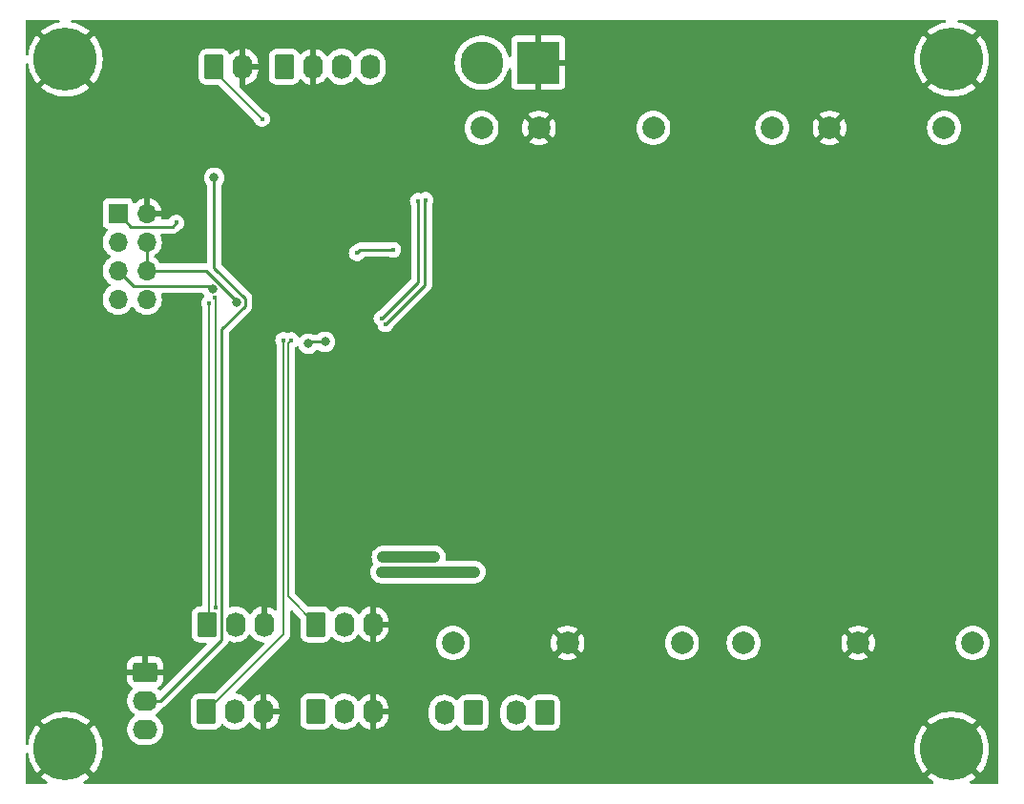
<source format=gbr>
%TF.GenerationSoftware,KiCad,Pcbnew,6.0.4-6f826c9f35~116~ubuntu20.04.1*%
%TF.CreationDate,2022-05-18T13:41:16+03:00*%
%TF.ProjectId,oskar_head_rev1,6f736b61-725f-4686-9561-645f72657631,rev?*%
%TF.SameCoordinates,Original*%
%TF.FileFunction,Copper,L2,Bot*%
%TF.FilePolarity,Positive*%
%FSLAX46Y46*%
G04 Gerber Fmt 4.6, Leading zero omitted, Abs format (unit mm)*
G04 Created by KiCad (PCBNEW 6.0.4-6f826c9f35~116~ubuntu20.04.1) date 2022-05-18 13:41:16*
%MOMM*%
%LPD*%
G01*
G04 APERTURE LIST*
G04 Aperture macros list*
%AMRoundRect*
0 Rectangle with rounded corners*
0 $1 Rounding radius*
0 $2 $3 $4 $5 $6 $7 $8 $9 X,Y pos of 4 corners*
0 Add a 4 corners polygon primitive as box body*
4,1,4,$2,$3,$4,$5,$6,$7,$8,$9,$2,$3,0*
0 Add four circle primitives for the rounded corners*
1,1,$1+$1,$2,$3*
1,1,$1+$1,$4,$5*
1,1,$1+$1,$6,$7*
1,1,$1+$1,$8,$9*
0 Add four rect primitives between the rounded corners*
20,1,$1+$1,$2,$3,$4,$5,0*
20,1,$1+$1,$4,$5,$6,$7,0*
20,1,$1+$1,$6,$7,$8,$9,0*
20,1,$1+$1,$8,$9,$2,$3,0*%
G04 Aperture macros list end*
%TA.AperFunction,ComponentPad*%
%ADD10RoundRect,0.250000X-0.845000X0.620000X-0.845000X-0.620000X0.845000X-0.620000X0.845000X0.620000X0*%
%TD*%
%TA.AperFunction,ComponentPad*%
%ADD11O,2.190000X1.740000*%
%TD*%
%TA.AperFunction,ComponentPad*%
%ADD12C,2.000000*%
%TD*%
%TA.AperFunction,ComponentPad*%
%ADD13C,3.600000*%
%TD*%
%TA.AperFunction,ConnectorPad*%
%ADD14C,5.600000*%
%TD*%
%TA.AperFunction,ComponentPad*%
%ADD15RoundRect,0.250000X-0.620000X-0.845000X0.620000X-0.845000X0.620000X0.845000X-0.620000X0.845000X0*%
%TD*%
%TA.AperFunction,ComponentPad*%
%ADD16O,1.740000X2.190000*%
%TD*%
%TA.AperFunction,ComponentPad*%
%ADD17RoundRect,0.250000X0.620000X0.845000X-0.620000X0.845000X-0.620000X-0.845000X0.620000X-0.845000X0*%
%TD*%
%TA.AperFunction,ComponentPad*%
%ADD18R,1.700000X1.700000*%
%TD*%
%TA.AperFunction,ComponentPad*%
%ADD19O,1.700000X1.700000*%
%TD*%
%TA.AperFunction,ComponentPad*%
%ADD20R,3.800000X3.800000*%
%TD*%
%TA.AperFunction,ComponentPad*%
%ADD21C,3.800000*%
%TD*%
%TA.AperFunction,ViaPad*%
%ADD22C,0.400000*%
%TD*%
%TA.AperFunction,ViaPad*%
%ADD23C,0.800000*%
%TD*%
%TA.AperFunction,Conductor*%
%ADD24C,0.250000*%
%TD*%
%TA.AperFunction,Conductor*%
%ADD25C,0.200000*%
%TD*%
%TA.AperFunction,Conductor*%
%ADD26C,1.000000*%
%TD*%
G04 APERTURE END LIST*
D10*
%TO.P,J5,1,Pin_1*%
%TO.N,GND*%
X121138000Y-105054400D03*
D11*
%TO.P,J5,2,Pin_2*%
%TO.N,/PX_LED*%
X121138000Y-107594400D03*
%TO.P,J5,3,Pin_3*%
%TO.N,+5V*%
X121138000Y-110134400D03*
%TD*%
D12*
%TO.P,U3,1,Ctrl*%
%TO.N,+5V*%
X166217600Y-56743600D03*
%TO.P,U3,2,GND*%
%TO.N,GND*%
X156057600Y-56743600D03*
%TO.P,U3,3,Vin*%
%TO.N,+48V*%
X150977600Y-56743600D03*
%TO.P,U3,4,+Vo*%
%TO.N,+15V*%
X148437600Y-102463600D03*
%TO.P,U3,5,0V*%
%TO.N,GND*%
X158597600Y-102463600D03*
%TO.P,U3,6,Trim/-Vo*%
%TO.N,unconnected-(U3-Pad6)*%
X168757600Y-102463600D03*
%TD*%
D13*
%TO.P,H2,1,1*%
%TO.N,GND*%
X114046000Y-50647600D03*
D14*
X114046000Y-50647600D03*
%TD*%
D15*
%TO.P,M1,1,PWM*%
%TO.N,/L_IRIS*%
X136270440Y-100807200D03*
D16*
%TO.P,M1,2,+*%
%TO.N,+5V*%
X138810440Y-100807200D03*
%TO.P,M1,3,-*%
%TO.N,GND*%
X141350440Y-100807200D03*
%TD*%
D17*
%TO.P,J3,1,Pin_1*%
%TO.N,/L_LIGHT*%
X156565600Y-108661200D03*
D16*
%TO.P,J3,2,Pin_2*%
%TO.N,+15V*%
X154025600Y-108661200D03*
%TD*%
D15*
%TO.P,M3,1,PWM*%
%TO.N,/R_IRIS*%
X136270440Y-108559600D03*
D16*
%TO.P,M3,2,+*%
%TO.N,+5V*%
X138810440Y-108559600D03*
%TO.P,M3,3,-*%
%TO.N,GND*%
X141350440Y-108559600D03*
%TD*%
D15*
%TO.P,J7,1,Pin_1*%
%TO.N,Net-(J7-Pad1)*%
X127249290Y-51318250D03*
D16*
%TO.P,J7,2,Pin_2*%
%TO.N,GND*%
X129789290Y-51318250D03*
%TD*%
D17*
%TO.P,J4,1,Pin_1*%
%TO.N,/R_LIGHT*%
X150215600Y-108661200D03*
D16*
%TO.P,J4,2,Pin_2*%
%TO.N,+15V*%
X147675600Y-108661200D03*
%TD*%
D15*
%TO.P,M4,1,PWM*%
%TO.N,/R_BROW*%
X126618440Y-100807200D03*
D16*
%TO.P,M4,2,+*%
%TO.N,+5V*%
X129158440Y-100807200D03*
%TO.P,M4,3,-*%
%TO.N,GND*%
X131698440Y-100807200D03*
%TD*%
D14*
%TO.P,H4,1,1*%
%TO.N,GND*%
X192684400Y-50647600D03*
D13*
X192684400Y-50647600D03*
%TD*%
D14*
%TO.P,H1,1,1*%
%TO.N,GND*%
X114046000Y-111861600D03*
D13*
X114046000Y-111861600D03*
%TD*%
D15*
%TO.P,M2,1,PWM*%
%TO.N,/L_BROW*%
X126567640Y-108559600D03*
D16*
%TO.P,M2,2,+*%
%TO.N,+5V*%
X129107640Y-108559600D03*
%TO.P,M2,3,-*%
%TO.N,GND*%
X131647640Y-108559600D03*
%TD*%
D18*
%TO.P,J1,1,Pin_1*%
%TO.N,+5V*%
X118717945Y-64338450D03*
D19*
%TO.P,J1,2,Pin_2*%
%TO.N,GND*%
X121257945Y-64338450D03*
%TO.P,J1,3,Pin_3*%
%TO.N,/SCK*%
X118717945Y-66878450D03*
%TO.P,J1,4,Pin_4*%
%TO.N,/RESET*%
X121257945Y-66878450D03*
%TO.P,J1,5,Pin_5*%
%TO.N,/MISO*%
X118717945Y-69418450D03*
%TO.P,J1,6,Pin_6*%
%TO.N,/RESET*%
X121257945Y-69418450D03*
%TO.P,J1,7,Pin_7*%
%TO.N,/MOSI*%
X118717945Y-71958450D03*
%TO.P,J1,8,Pin_8*%
%TO.N,unconnected-(J1-Pad8)*%
X121257945Y-71958450D03*
%TD*%
D14*
%TO.P,H3,1,1*%
%TO.N,GND*%
X192684400Y-111861600D03*
D13*
X192684400Y-111861600D03*
%TD*%
D20*
%TO.P,J2,1,Pin_1*%
%TO.N,GND*%
X156006800Y-50952400D03*
D21*
%TO.P,J2,2,Pin_2*%
%TO.N,+48V*%
X151006800Y-50952400D03*
%TD*%
D15*
%TO.P,J6,1,Pin_1*%
%TO.N,+5V*%
X133476440Y-51308000D03*
D16*
%TO.P,J6,2,Pin_2*%
%TO.N,GND*%
X136016440Y-51308000D03*
%TO.P,J6,3,Pin_3*%
%TO.N,/SCL*%
X138556440Y-51308000D03*
%TO.P,J6,4,Pin_4*%
%TO.N,/SDA*%
X141096440Y-51308000D03*
%TD*%
D12*
%TO.P,U4,1,Ctrl*%
%TO.N,+5V*%
X192019200Y-56743600D03*
%TO.P,U4,2,GND*%
%TO.N,GND*%
X181859200Y-56743600D03*
%TO.P,U4,3,Vin*%
%TO.N,+48V*%
X176779200Y-56743600D03*
%TO.P,U4,4,+Vo*%
%TO.N,+5V*%
X174239200Y-102463600D03*
%TO.P,U4,5,0V*%
%TO.N,GND*%
X184399200Y-102463600D03*
%TO.P,U4,6,Trim/-Vo*%
%TO.N,unconnected-(U4-Pad6)*%
X194559200Y-102463600D03*
%TD*%
D22*
%TO.N,+5V*%
X143137260Y-67564000D03*
X123896490Y-65153650D03*
X139906909Y-67857867D03*
D23*
%TO.N,GND*%
X131925890Y-78164250D03*
X129512890Y-76264250D03*
%TO.N,/PX_LED*%
X127254000Y-61163200D03*
D22*
%TO.N,/R_IRIS*%
X127296899Y-71839653D03*
X127380440Y-99314000D03*
%TO.N,/R_BROW*%
X126821640Y-72288400D03*
D23*
%TO.N,/RESET*%
X129281290Y-72227850D03*
D22*
%TO.N,/L_BROW*%
X133374840Y-75590400D03*
%TO.N,/L_IRIS*%
X134086040Y-75590400D03*
D23*
%TO.N,/MISO*%
X127122290Y-71059450D03*
D22*
%TO.N,/SCL*%
X145323522Y-63210478D03*
X142110221Y-73657781D03*
D23*
X135620790Y-75895200D03*
X137083240Y-75721820D03*
%TO.N,/R_LIGHT*%
X146812000Y-94843600D03*
X142237760Y-94843600D03*
%TO.N,/L_LIGHT*%
X142112440Y-96164400D03*
X150317200Y-96164400D03*
D22*
%TO.N,/SDA*%
X142445498Y-74170298D03*
X145999200Y-63144400D03*
%TO.N,Net-(J7-Pad1)*%
X131495240Y-55930800D03*
%TD*%
D24*
%TO.N,+5V*%
X123537179Y-65512961D02*
X123896490Y-65153650D01*
X143137260Y-67564000D02*
X140200776Y-67564000D01*
X140200776Y-67564000D02*
X139906909Y-67857867D01*
X118717945Y-64338450D02*
X119892456Y-65512961D01*
X119892456Y-65512961D02*
X123537179Y-65512961D01*
%TO.N,GND*%
X131925890Y-78164250D02*
X131412890Y-78164250D01*
X131412890Y-78164250D02*
X129512890Y-76264250D01*
%TO.N,/PX_LED*%
X130005801Y-71890601D02*
X130005801Y-72527953D01*
X123596400Y-106476800D02*
X122913120Y-107160080D01*
X127254000Y-61163200D02*
X127254000Y-69138800D01*
X127904951Y-102168249D02*
X123596400Y-106476800D01*
X121138000Y-107594400D02*
X122478800Y-107594400D01*
X127904951Y-74628803D02*
X127904951Y-102168249D01*
X130005801Y-72527953D02*
X127904951Y-74628803D01*
X122478800Y-107594400D02*
X123596400Y-106476800D01*
X127254000Y-69138800D02*
X130005801Y-71890601D01*
D25*
%TO.N,/R_IRIS*%
X127380440Y-99314000D02*
X127380440Y-71923194D01*
X127380440Y-71923194D02*
X127296899Y-71839653D01*
%TO.N,/R_BROW*%
X126821640Y-100604000D02*
X126618440Y-100807200D01*
X126821640Y-72288400D02*
X126821640Y-100604000D01*
D24*
%TO.N,/RESET*%
X129303450Y-72215996D02*
X129293144Y-72215996D01*
X121257945Y-69418450D02*
X126505904Y-69418450D01*
X121257945Y-66878450D02*
X121257945Y-69418450D01*
X126505904Y-69418450D02*
X129303450Y-72215996D01*
X129293144Y-72215996D02*
X129281290Y-72227850D01*
D25*
%TO.N,/L_BROW*%
X133399840Y-75615400D02*
X133374840Y-75590400D01*
X133399840Y-101727400D02*
X133399840Y-75615400D01*
D24*
X126567640Y-108204000D02*
X126567640Y-108559600D01*
D25*
X126567640Y-108559600D02*
X133399840Y-101727400D01*
%TO.N,/L_IRIS*%
X134086040Y-75590400D02*
X133799360Y-75877080D01*
X133799360Y-98336120D02*
X136270440Y-100807200D01*
X133799360Y-75877080D02*
X133799360Y-98336120D01*
D24*
%TO.N,/MISO*%
X120083434Y-70783939D02*
X126846779Y-70783939D01*
X126846779Y-70783939D02*
X127122290Y-71059450D01*
X118717945Y-69418450D02*
X120083434Y-70783939D01*
%TO.N,/SCL*%
X145338800Y-70429202D02*
X142110221Y-73657781D01*
X145338800Y-67259200D02*
X145338800Y-70429202D01*
X135794170Y-75721820D02*
X135620790Y-75895200D01*
X145338800Y-63225756D02*
X145338800Y-67259200D01*
X145323522Y-63210478D02*
X145338800Y-63225756D01*
X137083240Y-75721820D02*
X135794170Y-75721820D01*
D26*
%TO.N,/R_LIGHT*%
X146812000Y-94843600D02*
X142237760Y-94843600D01*
%TO.N,/L_LIGHT*%
X150317200Y-96164400D02*
X142112440Y-96164400D01*
D24*
%TO.N,/SDA*%
X145948400Y-64363600D02*
X145948400Y-66802000D01*
X145948400Y-63195200D02*
X145948400Y-66802000D01*
X145999200Y-63144400D02*
X145948400Y-63195200D01*
X145948400Y-66802000D02*
X145948400Y-70667396D01*
X145948400Y-70667396D02*
X142445498Y-74170298D01*
D25*
%TO.N,Net-(J7-Pad1)*%
X127249290Y-51318250D02*
X127249290Y-51684850D01*
X127249290Y-51684850D02*
X131495240Y-55930800D01*
%TD*%
%TA.AperFunction,Conductor*%
%TO.N,GND*%
G36*
X113490419Y-47162902D02*
G01*
X113536912Y-47216558D01*
X113547016Y-47286832D01*
X113517522Y-47351412D01*
X113457796Y-47389796D01*
X113449140Y-47392008D01*
X113169586Y-47452961D01*
X113163011Y-47454772D01*
X112829683Y-47566302D01*
X112823361Y-47568805D01*
X112504034Y-47715679D01*
X112497991Y-47718865D01*
X112196401Y-47899363D01*
X112190755Y-47903171D01*
X111910408Y-48115196D01*
X111905211Y-48119587D01*
X111903972Y-48120755D01*
X111895950Y-48134462D01*
X111895986Y-48135304D01*
X111901037Y-48143426D01*
X114033190Y-50275580D01*
X114047131Y-50283192D01*
X114048966Y-50283061D01*
X114055580Y-50278810D01*
X114800470Y-49533920D01*
X116188798Y-48145591D01*
X116196412Y-48131647D01*
X116196344Y-48130690D01*
X116191834Y-48123871D01*
X116190418Y-48122665D01*
X115910813Y-47909664D01*
X115905187Y-47905840D01*
X115604214Y-47724281D01*
X115598202Y-47721084D01*
X115279370Y-47573087D01*
X115273070Y-47570567D01*
X114940129Y-47457873D01*
X114933551Y-47456037D01*
X114644304Y-47391913D01*
X114582127Y-47357641D01*
X114548349Y-47295195D01*
X114553695Y-47224400D01*
X114596467Y-47167733D01*
X114663085Y-47143186D01*
X114671575Y-47142900D01*
X192060698Y-47142900D01*
X192128819Y-47162902D01*
X192175312Y-47216558D01*
X192185416Y-47286832D01*
X192155922Y-47351412D01*
X192096196Y-47389796D01*
X192087540Y-47392008D01*
X191807986Y-47452961D01*
X191801411Y-47454772D01*
X191468083Y-47566302D01*
X191461761Y-47568805D01*
X191142434Y-47715679D01*
X191136391Y-47718865D01*
X190834801Y-47899363D01*
X190829155Y-47903171D01*
X190548808Y-48115196D01*
X190543611Y-48119587D01*
X190542372Y-48120755D01*
X190534350Y-48134462D01*
X190534386Y-48135304D01*
X190539437Y-48143426D01*
X192671590Y-50275580D01*
X192685531Y-50283192D01*
X192687366Y-50283061D01*
X192693980Y-50278810D01*
X194827198Y-48145591D01*
X194834812Y-48131647D01*
X194834744Y-48130689D01*
X194830236Y-48123872D01*
X194828818Y-48122665D01*
X194549213Y-47909664D01*
X194543587Y-47905840D01*
X194242614Y-47724281D01*
X194236602Y-47721084D01*
X193917770Y-47573087D01*
X193911470Y-47570567D01*
X193578529Y-47457873D01*
X193571951Y-47456037D01*
X193282704Y-47391913D01*
X193220527Y-47357641D01*
X193186749Y-47295195D01*
X193192095Y-47224400D01*
X193234867Y-47167733D01*
X193301485Y-47143186D01*
X193309975Y-47142900D01*
X196698100Y-47142900D01*
X196766221Y-47162902D01*
X196812714Y-47216558D01*
X196824100Y-47268900D01*
X196824100Y-114833900D01*
X196804098Y-114902021D01*
X196750442Y-114948514D01*
X196698100Y-114959900D01*
X194404671Y-114959900D01*
X194336550Y-114939898D01*
X194290057Y-114886242D01*
X194279953Y-114815968D01*
X194309447Y-114751388D01*
X194340342Y-114725559D01*
X194524395Y-114616276D01*
X194530059Y-114612484D01*
X194811132Y-114401449D01*
X194816358Y-114397064D01*
X194826013Y-114388028D01*
X194834082Y-114374350D01*
X194834054Y-114373624D01*
X194828912Y-114365323D01*
X192697210Y-112233620D01*
X192683269Y-112226008D01*
X192681434Y-112226139D01*
X192674820Y-112230390D01*
X190541174Y-114364037D01*
X190533560Y-114377981D01*
X190533637Y-114379070D01*
X190536098Y-114382806D01*
X190810032Y-114593004D01*
X190815662Y-114596859D01*
X191028453Y-114726238D01*
X191076268Y-114778719D01*
X191088119Y-114848720D01*
X191060244Y-114914015D01*
X191001493Y-114953874D01*
X190962994Y-114959900D01*
X115766271Y-114959900D01*
X115698150Y-114939898D01*
X115651657Y-114886242D01*
X115641553Y-114815968D01*
X115671047Y-114751388D01*
X115701942Y-114725559D01*
X115885995Y-114616276D01*
X115891659Y-114612484D01*
X116172732Y-114401449D01*
X116177958Y-114397064D01*
X116187613Y-114388028D01*
X116195682Y-114374350D01*
X116195654Y-114373624D01*
X116190512Y-114365323D01*
X114058810Y-112233620D01*
X114044869Y-112226008D01*
X114043034Y-112226139D01*
X114036420Y-112230390D01*
X111902774Y-114364037D01*
X111895160Y-114377981D01*
X111895237Y-114379070D01*
X111897698Y-114382806D01*
X112171632Y-114593004D01*
X112177262Y-114596859D01*
X112390053Y-114726238D01*
X112437868Y-114778719D01*
X112449719Y-114848720D01*
X112421844Y-114914015D01*
X112363093Y-114953874D01*
X112324594Y-114959900D01*
X110641900Y-114959900D01*
X110573779Y-114939898D01*
X110527286Y-114886242D01*
X110515900Y-114833900D01*
X110515900Y-112321620D01*
X110535902Y-112253499D01*
X110589558Y-112207006D01*
X110659832Y-112196902D01*
X110724412Y-112226396D01*
X110762796Y-112286122D01*
X110766314Y-112301692D01*
X110807420Y-112558323D01*
X110808859Y-112564978D01*
X110901608Y-112904010D01*
X110903757Y-112910471D01*
X111032581Y-113237512D01*
X111035412Y-113243695D01*
X111198803Y-113554910D01*
X111202286Y-113560752D01*
X111398330Y-113852496D01*
X111402433Y-113857940D01*
X111522425Y-114000436D01*
X111535164Y-114008879D01*
X111545608Y-114002781D01*
X113673980Y-111874410D01*
X113680357Y-111862731D01*
X114410408Y-111862731D01*
X114410539Y-111864566D01*
X114414790Y-111871180D01*
X116545009Y-114001398D01*
X116558605Y-114008823D01*
X116568218Y-114002122D01*
X116668518Y-113885512D01*
X116672676Y-113880114D01*
X116871762Y-113590440D01*
X116875310Y-113584629D01*
X117041942Y-113275159D01*
X117044849Y-113268981D01*
X117177090Y-112943313D01*
X117179304Y-112936883D01*
X117275598Y-112598837D01*
X117277105Y-112592207D01*
X117336332Y-112245718D01*
X117337112Y-112238978D01*
X117358668Y-111886525D01*
X117358784Y-111882923D01*
X117358853Y-111863419D01*
X117358761Y-111859794D01*
X117358416Y-111853432D01*
X189371733Y-111853432D01*
X189389517Y-112204493D01*
X189390227Y-112211249D01*
X189445820Y-112558323D01*
X189447259Y-112564978D01*
X189540008Y-112904010D01*
X189542157Y-112910471D01*
X189670981Y-113237512D01*
X189673812Y-113243695D01*
X189837203Y-113554910D01*
X189840686Y-113560752D01*
X190036730Y-113852496D01*
X190040833Y-113857940D01*
X190160825Y-114000436D01*
X190173564Y-114008879D01*
X190184008Y-114002781D01*
X192312380Y-111874410D01*
X192318757Y-111862731D01*
X193048808Y-111862731D01*
X193048939Y-111864566D01*
X193053190Y-111871180D01*
X195183409Y-114001398D01*
X195197005Y-114008823D01*
X195206618Y-114002122D01*
X195306918Y-113885512D01*
X195311076Y-113880114D01*
X195510162Y-113590440D01*
X195513710Y-113584629D01*
X195680342Y-113275159D01*
X195683249Y-113268981D01*
X195815490Y-112943313D01*
X195817704Y-112936883D01*
X195913998Y-112598837D01*
X195915505Y-112592207D01*
X195974732Y-112245718D01*
X195975512Y-112238978D01*
X195997068Y-111886525D01*
X195997184Y-111882923D01*
X195997253Y-111863419D01*
X195997161Y-111859794D01*
X195978066Y-111507215D01*
X195977331Y-111500449D01*
X195920530Y-111153585D01*
X195919063Y-111146913D01*
X195825136Y-110808227D01*
X195822962Y-110801763D01*
X195692998Y-110475178D01*
X195690142Y-110468998D01*
X195525669Y-110158363D01*
X195522169Y-110152537D01*
X195325097Y-109861462D01*
X195320990Y-109856053D01*
X195207965Y-109722779D01*
X195195140Y-109714343D01*
X195184816Y-109720395D01*
X193056420Y-111848790D01*
X193048808Y-111862731D01*
X192318757Y-111862731D01*
X192319992Y-111860469D01*
X192319861Y-111858634D01*
X192315610Y-111852020D01*
X190185392Y-109721803D01*
X190171855Y-109714411D01*
X190162153Y-109721199D01*
X190054830Y-109846857D01*
X190050696Y-109852264D01*
X189852615Y-110142641D01*
X189849097Y-110148451D01*
X189683534Y-110458522D01*
X189680659Y-110464687D01*
X189549555Y-110790818D01*
X189547362Y-110797258D01*
X189452246Y-111135644D01*
X189450763Y-111142279D01*
X189392750Y-111488954D01*
X189391991Y-111495726D01*
X189371757Y-111846637D01*
X189371733Y-111853432D01*
X117358416Y-111853432D01*
X117339666Y-111507215D01*
X117338931Y-111500449D01*
X117282130Y-111153585D01*
X117280663Y-111146913D01*
X117186736Y-110808227D01*
X117184562Y-110801763D01*
X117054598Y-110475178D01*
X117051742Y-110468998D01*
X116887269Y-110158363D01*
X116883769Y-110152537D01*
X116686697Y-109861462D01*
X116682590Y-109856053D01*
X116569565Y-109722779D01*
X116556740Y-109714343D01*
X116546416Y-109720395D01*
X114418020Y-111848790D01*
X114410408Y-111862731D01*
X113680357Y-111862731D01*
X113681592Y-111860469D01*
X113681461Y-111858634D01*
X113677210Y-111852020D01*
X111546992Y-109721803D01*
X111533455Y-109714411D01*
X111523753Y-109721199D01*
X111416430Y-109846857D01*
X111412296Y-109852264D01*
X111214215Y-110142641D01*
X111210697Y-110148451D01*
X111045134Y-110458522D01*
X111042259Y-110464687D01*
X110911155Y-110790818D01*
X110908962Y-110797258D01*
X110813846Y-111135644D01*
X110812363Y-111142279D01*
X110766172Y-111418309D01*
X110735201Y-111482194D01*
X110674608Y-111519194D01*
X110603630Y-111517561D01*
X110544803Y-111477813D01*
X110516803Y-111412571D01*
X110515900Y-111397513D01*
X110515900Y-109348462D01*
X111895950Y-109348462D01*
X111895986Y-109349304D01*
X111901037Y-109357426D01*
X113198510Y-110654900D01*
X114033190Y-111489580D01*
X114047131Y-111497192D01*
X114048966Y-111497061D01*
X114055580Y-111492810D01*
X116188798Y-109359591D01*
X116196412Y-109345647D01*
X116196344Y-109344689D01*
X116191836Y-109337872D01*
X116190418Y-109336665D01*
X115910813Y-109123664D01*
X115905187Y-109119840D01*
X115604214Y-108938281D01*
X115598202Y-108935084D01*
X115279370Y-108787087D01*
X115273070Y-108784567D01*
X114940129Y-108671873D01*
X114933551Y-108670037D01*
X114590417Y-108593967D01*
X114583678Y-108592851D01*
X114234310Y-108554280D01*
X114227529Y-108553901D01*
X113876015Y-108553287D01*
X113869242Y-108553642D01*
X113519720Y-108590995D01*
X113513010Y-108592082D01*
X113169586Y-108666961D01*
X113163011Y-108668772D01*
X112829683Y-108780302D01*
X112823361Y-108782805D01*
X112504034Y-108929679D01*
X112497991Y-108932865D01*
X112196401Y-109113363D01*
X112190755Y-109117171D01*
X111910408Y-109329196D01*
X111905211Y-109333587D01*
X111903972Y-109334755D01*
X111895950Y-109348462D01*
X110515900Y-109348462D01*
X110515900Y-104782285D01*
X119535000Y-104782285D01*
X119539475Y-104797524D01*
X119540865Y-104798729D01*
X119548548Y-104800400D01*
X120865885Y-104800400D01*
X120881124Y-104795925D01*
X120882329Y-104794535D01*
X120884000Y-104786852D01*
X120884000Y-104782285D01*
X121392000Y-104782285D01*
X121396475Y-104797524D01*
X121397865Y-104798729D01*
X121405548Y-104800400D01*
X122722884Y-104800400D01*
X122738123Y-104795925D01*
X122739328Y-104794535D01*
X122740999Y-104786852D01*
X122740999Y-104387305D01*
X122740662Y-104380786D01*
X122730743Y-104285194D01*
X122727851Y-104271800D01*
X122676412Y-104117616D01*
X122670239Y-104104438D01*
X122584937Y-103966593D01*
X122575901Y-103955192D01*
X122461171Y-103840661D01*
X122449760Y-103831649D01*
X122311757Y-103746584D01*
X122298576Y-103740437D01*
X122144290Y-103689262D01*
X122130914Y-103686395D01*
X122036562Y-103676728D01*
X122030145Y-103676400D01*
X121410115Y-103676400D01*
X121394876Y-103680875D01*
X121393671Y-103682265D01*
X121392000Y-103689948D01*
X121392000Y-104782285D01*
X120884000Y-104782285D01*
X120884000Y-103694516D01*
X120879525Y-103679277D01*
X120878135Y-103678072D01*
X120870452Y-103676401D01*
X120245905Y-103676401D01*
X120239386Y-103676738D01*
X120143794Y-103686657D01*
X120130400Y-103689549D01*
X119976216Y-103740988D01*
X119963038Y-103747161D01*
X119825193Y-103832463D01*
X119813792Y-103841499D01*
X119699261Y-103956229D01*
X119690249Y-103967640D01*
X119605184Y-104105643D01*
X119599037Y-104118824D01*
X119547862Y-104273110D01*
X119544995Y-104286486D01*
X119535328Y-104380838D01*
X119535000Y-104387255D01*
X119535000Y-104782285D01*
X110515900Y-104782285D01*
X110515900Y-71925145D01*
X117355196Y-71925145D01*
X117355493Y-71930298D01*
X117355493Y-71930301D01*
X117360956Y-72025040D01*
X117368055Y-72148165D01*
X117369192Y-72153211D01*
X117369193Y-72153217D01*
X117389064Y-72241389D01*
X117417167Y-72366089D01*
X117501211Y-72573066D01*
X117548852Y-72650809D01*
X117615236Y-72759138D01*
X117617932Y-72763538D01*
X117764195Y-72932388D01*
X117936071Y-73075082D01*
X118128945Y-73187788D01*
X118337637Y-73267480D01*
X118342705Y-73268511D01*
X118342708Y-73268512D01*
X118449962Y-73290333D01*
X118556542Y-73312017D01*
X118561717Y-73312207D01*
X118561719Y-73312207D01*
X118774618Y-73320014D01*
X118774622Y-73320014D01*
X118779782Y-73320203D01*
X118784902Y-73319547D01*
X118784904Y-73319547D01*
X118996233Y-73292475D01*
X118996234Y-73292475D01*
X119001361Y-73291818D01*
X119006311Y-73290333D01*
X119210374Y-73229111D01*
X119210379Y-73229109D01*
X119215329Y-73227624D01*
X119415939Y-73129346D01*
X119597805Y-72999623D01*
X119756041Y-72841939D01*
X119807762Y-72769962D01*
X119886398Y-72660527D01*
X119887721Y-72661478D01*
X119934590Y-72618307D01*
X120004525Y-72606075D01*
X120069971Y-72633594D01*
X120097820Y-72665444D01*
X120157932Y-72763538D01*
X120304195Y-72932388D01*
X120476071Y-73075082D01*
X120668945Y-73187788D01*
X120877637Y-73267480D01*
X120882705Y-73268511D01*
X120882708Y-73268512D01*
X120989962Y-73290333D01*
X121096542Y-73312017D01*
X121101717Y-73312207D01*
X121101719Y-73312207D01*
X121314618Y-73320014D01*
X121314622Y-73320014D01*
X121319782Y-73320203D01*
X121324902Y-73319547D01*
X121324904Y-73319547D01*
X121536233Y-73292475D01*
X121536234Y-73292475D01*
X121541361Y-73291818D01*
X121546311Y-73290333D01*
X121750374Y-73229111D01*
X121750379Y-73229109D01*
X121755329Y-73227624D01*
X121955939Y-73129346D01*
X122137805Y-72999623D01*
X122296041Y-72841939D01*
X122347762Y-72769962D01*
X122423380Y-72664727D01*
X122426398Y-72660527D01*
X122443715Y-72625490D01*
X122523081Y-72464903D01*
X122523082Y-72464901D01*
X122525375Y-72460261D01*
X122557845Y-72353390D01*
X122588810Y-72251473D01*
X122588810Y-72251471D01*
X122590315Y-72246519D01*
X122619474Y-72025040D01*
X122621101Y-71958450D01*
X122602797Y-71735811D01*
X122595851Y-71708157D01*
X122562187Y-71574134D01*
X122564991Y-71503193D01*
X122605704Y-71445030D01*
X122671400Y-71418111D01*
X122684391Y-71417439D01*
X126207184Y-71417439D01*
X126275305Y-71437441D01*
X126316302Y-71480437D01*
X126382935Y-71595848D01*
X126399672Y-71664841D01*
X126376452Y-71731933D01*
X126356645Y-71753795D01*
X126291255Y-71810839D01*
X126192650Y-71951139D01*
X126130358Y-72110909D01*
X126129366Y-72118442D01*
X126129366Y-72118443D01*
X126111853Y-72251473D01*
X126107975Y-72280926D01*
X126108809Y-72288476D01*
X126123084Y-72417778D01*
X126126793Y-72451375D01*
X126129402Y-72458506D01*
X126129403Y-72458508D01*
X126183059Y-72605129D01*
X126185725Y-72612415D01*
X126189960Y-72618718D01*
X126189965Y-72618727D01*
X126191723Y-72621343D01*
X126192356Y-72623418D01*
X126193411Y-72625490D01*
X126193044Y-72625677D01*
X126213140Y-72691616D01*
X126213140Y-99077700D01*
X126193138Y-99145821D01*
X126139482Y-99192314D01*
X126087140Y-99203700D01*
X125948040Y-99203700D01*
X125944794Y-99204037D01*
X125944790Y-99204037D01*
X125849132Y-99213962D01*
X125849128Y-99213963D01*
X125842274Y-99214674D01*
X125835738Y-99216855D01*
X125835736Y-99216855D01*
X125718492Y-99255971D01*
X125674494Y-99270650D01*
X125524092Y-99363722D01*
X125399135Y-99488897D01*
X125395295Y-99495127D01*
X125395294Y-99495128D01*
X125316988Y-99622164D01*
X125306325Y-99639462D01*
X125250643Y-99807339D01*
X125239940Y-99911800D01*
X125239940Y-101702600D01*
X125240277Y-101705846D01*
X125240277Y-101705850D01*
X125246652Y-101767285D01*
X125250914Y-101808366D01*
X125253095Y-101814902D01*
X125253095Y-101814904D01*
X125279444Y-101893880D01*
X125306890Y-101976146D01*
X125399962Y-102126548D01*
X125405144Y-102131721D01*
X125465243Y-102191715D01*
X125525137Y-102251505D01*
X125531367Y-102255345D01*
X125531368Y-102255346D01*
X125668530Y-102339894D01*
X125675702Y-102344315D01*
X125718255Y-102358429D01*
X125837051Y-102397832D01*
X125837053Y-102397832D01*
X125843579Y-102399997D01*
X125850415Y-102400697D01*
X125850418Y-102400698D01*
X125893471Y-102405109D01*
X125948040Y-102410700D01*
X126462405Y-102410700D01*
X126530526Y-102430702D01*
X126577019Y-102484358D01*
X126587123Y-102554632D01*
X126557629Y-102619212D01*
X126551500Y-102625795D01*
X123120265Y-106057030D01*
X123120262Y-106057034D01*
X122661098Y-106516198D01*
X122537998Y-106639297D01*
X122475686Y-106673323D01*
X122404871Y-106668258D01*
X122353737Y-106632782D01*
X122331017Y-106606599D01*
X122331015Y-106606597D01*
X122327517Y-106602566D01*
X122289799Y-106571639D01*
X122249804Y-106512979D01*
X122247873Y-106442009D01*
X122284617Y-106381261D01*
X122307157Y-106366180D01*
X122306732Y-106365494D01*
X122450807Y-106276337D01*
X122462208Y-106267301D01*
X122576739Y-106152571D01*
X122585751Y-106141160D01*
X122670816Y-106003157D01*
X122676963Y-105989976D01*
X122728138Y-105835690D01*
X122731005Y-105822314D01*
X122740672Y-105727962D01*
X122741000Y-105721546D01*
X122741000Y-105326515D01*
X122736525Y-105311276D01*
X122735135Y-105310071D01*
X122727452Y-105308400D01*
X119553116Y-105308400D01*
X119537877Y-105312875D01*
X119536672Y-105314265D01*
X119535001Y-105321948D01*
X119535001Y-105721495D01*
X119535338Y-105728014D01*
X119545257Y-105823606D01*
X119548149Y-105837000D01*
X119599588Y-105991184D01*
X119605761Y-106004362D01*
X119691063Y-106142207D01*
X119700099Y-106153608D01*
X119814829Y-106268139D01*
X119826240Y-106277151D01*
X119970475Y-106366058D01*
X119969183Y-106368155D01*
X120013692Y-106407356D01*
X120033144Y-106475636D01*
X120012593Y-106543593D01*
X119994122Y-106565786D01*
X119876832Y-106677676D01*
X119737187Y-106865365D01*
X119734771Y-106870116D01*
X119734769Y-106870120D01*
X119639232Y-107058028D01*
X119631162Y-107073900D01*
X119561790Y-107297317D01*
X119561089Y-107302604D01*
X119561089Y-107302605D01*
X119535793Y-107493462D01*
X119531052Y-107529229D01*
X119531252Y-107534558D01*
X119531252Y-107534560D01*
X119532055Y-107555952D01*
X119539828Y-107763004D01*
X119587868Y-107991959D01*
X119673797Y-108209546D01*
X119681123Y-108221619D01*
X119747204Y-108330516D01*
X119795159Y-108409544D01*
X119948483Y-108586234D01*
X120129386Y-108734565D01*
X120134016Y-108737201D01*
X120134021Y-108737204D01*
X120166516Y-108755701D01*
X120215822Y-108806784D01*
X120229683Y-108876415D01*
X120203699Y-108942485D01*
X120174550Y-108969723D01*
X120142061Y-108991596D01*
X120046104Y-109056198D01*
X120042247Y-109059877D01*
X120042245Y-109059879D01*
X119982188Y-109117171D01*
X119876832Y-109217676D01*
X119737187Y-109405365D01*
X119734771Y-109410116D01*
X119734769Y-109410120D01*
X119652292Y-109572341D01*
X119631162Y-109613900D01*
X119561790Y-109837317D01*
X119561089Y-109842604D01*
X119561089Y-109842605D01*
X119532431Y-110058827D01*
X119531052Y-110069229D01*
X119539828Y-110303004D01*
X119587868Y-110531959D01*
X119673797Y-110749546D01*
X119795159Y-110949544D01*
X119948483Y-111126234D01*
X120129386Y-111274565D01*
X120332695Y-111390296D01*
X120552596Y-111470116D01*
X120557845Y-111471065D01*
X120557848Y-111471066D01*
X120639040Y-111485748D01*
X120782803Y-111511744D01*
X120786942Y-111511939D01*
X120786949Y-111511940D01*
X120805828Y-111512830D01*
X120805835Y-111512830D01*
X120807316Y-111512900D01*
X121421738Y-111512900D01*
X121489641Y-111507138D01*
X121590791Y-111498556D01*
X121590795Y-111498555D01*
X121596102Y-111498105D01*
X121601259Y-111496767D01*
X121601262Y-111496766D01*
X121817371Y-111440675D01*
X121817375Y-111440674D01*
X121822540Y-111439333D01*
X121827406Y-111437141D01*
X121827409Y-111437140D01*
X122030964Y-111345445D01*
X122035837Y-111343250D01*
X122229896Y-111212602D01*
X122399168Y-111051124D01*
X122538813Y-110863435D01*
X122566883Y-110808227D01*
X122642420Y-110659656D01*
X122642420Y-110659655D01*
X122644838Y-110654900D01*
X122714210Y-110431483D01*
X122731239Y-110303004D01*
X122744248Y-110204855D01*
X122744248Y-110204851D01*
X122744948Y-110199571D01*
X122743674Y-110165620D01*
X122737603Y-110003905D01*
X122736172Y-109965796D01*
X122706332Y-109823579D01*
X122689229Y-109742068D01*
X122689228Y-109742065D01*
X122688132Y-109736841D01*
X122602203Y-109519254D01*
X122508542Y-109364905D01*
X122483609Y-109323817D01*
X122483607Y-109323814D01*
X122480841Y-109319256D01*
X122327517Y-109142566D01*
X122146614Y-108994235D01*
X122141984Y-108991599D01*
X122141979Y-108991596D01*
X122109484Y-108973099D01*
X122060178Y-108922016D01*
X122046317Y-108852385D01*
X122072301Y-108786315D01*
X122101450Y-108759077D01*
X122142885Y-108731181D01*
X122229896Y-108672602D01*
X122235810Y-108666961D01*
X122320433Y-108586234D01*
X122399168Y-108511124D01*
X122538813Y-108323435D01*
X122548731Y-108303929D01*
X122563419Y-108275039D01*
X122612122Y-108223381D01*
X122637607Y-108212897D01*
X122637598Y-108212874D01*
X122639298Y-108212201D01*
X122639329Y-108212188D01*
X122644967Y-108209956D01*
X122678712Y-108196596D01*
X122689942Y-108192751D01*
X122724783Y-108182629D01*
X122724784Y-108182629D01*
X122732393Y-108180418D01*
X122739212Y-108176385D01*
X122739217Y-108176383D01*
X122749828Y-108170107D01*
X122767576Y-108161412D01*
X122786417Y-108153952D01*
X122822187Y-108127964D01*
X122832107Y-108121448D01*
X122863335Y-108102980D01*
X122863338Y-108102978D01*
X122870162Y-108098942D01*
X122884483Y-108084621D01*
X122899517Y-108071780D01*
X122909494Y-108064531D01*
X122915907Y-108059872D01*
X122944098Y-108025795D01*
X122952088Y-108017016D01*
X124072535Y-106896570D01*
X124072538Y-106896566D01*
X128297198Y-102671906D01*
X128305488Y-102664362D01*
X128311969Y-102660249D01*
X128358610Y-102610581D01*
X128361364Y-102607740D01*
X128381085Y-102588019D01*
X128383563Y-102584824D01*
X128391269Y-102575802D01*
X128416109Y-102549350D01*
X128421537Y-102543570D01*
X128431297Y-102525817D01*
X128442150Y-102509294D01*
X128449704Y-102499555D01*
X128454564Y-102493290D01*
X128472127Y-102452706D01*
X128477334Y-102442076D01*
X128498646Y-102403309D01*
X128500618Y-102395629D01*
X128501430Y-102393578D01*
X128545105Y-102337604D01*
X128612108Y-102314128D01*
X128655946Y-102319629D01*
X128861357Y-102383410D01*
X128866644Y-102384111D01*
X128866645Y-102384111D01*
X129087985Y-102413448D01*
X129087989Y-102413448D01*
X129093269Y-102414148D01*
X129098598Y-102413948D01*
X129098600Y-102413948D01*
X129210157Y-102409760D01*
X129327044Y-102405372D01*
X129430708Y-102383621D01*
X129550772Y-102358429D01*
X129550775Y-102358428D01*
X129555999Y-102357332D01*
X129773586Y-102271403D01*
X129883300Y-102204827D01*
X129969023Y-102152809D01*
X129969026Y-102152807D01*
X129973584Y-102150041D01*
X130150274Y-101996717D01*
X130298605Y-101815814D01*
X130301408Y-101810891D01*
X130320017Y-101778199D01*
X130371099Y-101728893D01*
X130440729Y-101715031D01*
X130506800Y-101741014D01*
X130534039Y-101770164D01*
X130617650Y-101894355D01*
X130624311Y-101902641D01*
X130778364Y-102064130D01*
X130786332Y-102071179D01*
X130965392Y-102204403D01*
X130974422Y-102210002D01*
X131173371Y-102311153D01*
X131183232Y-102315156D01*
X131396369Y-102381338D01*
X131406750Y-102383621D01*
X131574318Y-102405830D01*
X131639220Y-102434609D01*
X131678260Y-102493909D01*
X131679043Y-102564901D01*
X131646858Y-102619833D01*
X127346202Y-106920489D01*
X127283890Y-106954515D01*
X127244259Y-106956737D01*
X127241245Y-106956428D01*
X127241237Y-106956428D01*
X127238040Y-106956100D01*
X125897240Y-106956100D01*
X125893994Y-106956437D01*
X125893990Y-106956437D01*
X125798332Y-106966362D01*
X125798328Y-106966363D01*
X125791474Y-106967074D01*
X125784938Y-106969255D01*
X125784936Y-106969255D01*
X125667692Y-107008371D01*
X125623694Y-107023050D01*
X125473292Y-107116122D01*
X125348335Y-107241297D01*
X125344495Y-107247527D01*
X125344494Y-107247528D01*
X125266188Y-107374564D01*
X125255525Y-107391862D01*
X125253221Y-107398809D01*
X125209963Y-107529229D01*
X125199843Y-107559739D01*
X125189140Y-107664200D01*
X125189140Y-109455000D01*
X125189477Y-109458246D01*
X125189477Y-109458250D01*
X125195807Y-109519254D01*
X125200114Y-109560766D01*
X125202295Y-109567302D01*
X125202295Y-109567304D01*
X125234839Y-109664848D01*
X125256090Y-109728546D01*
X125349162Y-109878948D01*
X125474337Y-110003905D01*
X125480567Y-110007745D01*
X125480568Y-110007746D01*
X125617730Y-110092294D01*
X125624902Y-110096715D01*
X125667455Y-110110829D01*
X125786251Y-110150232D01*
X125786253Y-110150232D01*
X125792779Y-110152397D01*
X125799615Y-110153097D01*
X125799618Y-110153098D01*
X125842671Y-110157509D01*
X125897240Y-110163100D01*
X127238040Y-110163100D01*
X127241286Y-110162763D01*
X127241290Y-110162763D01*
X127336948Y-110152838D01*
X127336952Y-110152837D01*
X127343806Y-110152126D01*
X127350342Y-110149945D01*
X127350344Y-110149945D01*
X127501557Y-110099496D01*
X127511586Y-110096150D01*
X127661988Y-110003078D01*
X127786945Y-109877903D01*
X127797080Y-109861462D01*
X127879755Y-109727338D01*
X127881902Y-109728662D01*
X127920952Y-109684310D01*
X127989229Y-109664848D01*
X128057189Y-109685388D01*
X128079401Y-109703872D01*
X128187230Y-109816906D01*
X128187242Y-109816916D01*
X128190916Y-109820768D01*
X128195194Y-109823951D01*
X128259333Y-109871672D01*
X128378605Y-109960413D01*
X128383356Y-109962829D01*
X128383360Y-109962831D01*
X128582384Y-110064020D01*
X128587140Y-110066438D01*
X128810557Y-110135810D01*
X128815844Y-110136511D01*
X128815845Y-110136511D01*
X129037185Y-110165848D01*
X129037189Y-110165848D01*
X129042469Y-110166548D01*
X129047798Y-110166348D01*
X129047800Y-110166348D01*
X129159357Y-110162160D01*
X129276244Y-110157772D01*
X129378659Y-110136283D01*
X129499972Y-110110829D01*
X129499975Y-110110828D01*
X129505199Y-110109732D01*
X129722786Y-110023803D01*
X129809593Y-109971127D01*
X129918223Y-109905209D01*
X129918226Y-109905207D01*
X129922784Y-109902441D01*
X130099474Y-109749117D01*
X130247805Y-109568214D01*
X130250608Y-109563291D01*
X130269217Y-109530599D01*
X130320299Y-109481293D01*
X130389929Y-109467431D01*
X130456000Y-109493414D01*
X130483239Y-109522564D01*
X130566850Y-109646755D01*
X130573511Y-109655041D01*
X130727564Y-109816530D01*
X130735532Y-109823579D01*
X130914592Y-109956803D01*
X130923622Y-109962402D01*
X131122571Y-110063553D01*
X131132432Y-110067556D01*
X131345569Y-110133738D01*
X131355949Y-110136020D01*
X131375683Y-110138636D01*
X131389847Y-110136440D01*
X131393640Y-110123255D01*
X131393640Y-110121227D01*
X131901640Y-110121227D01*
X131905613Y-110134758D01*
X131916220Y-110136283D01*
X132039828Y-110110348D01*
X132050024Y-110107288D01*
X132257592Y-110025316D01*
X132267129Y-110020582D01*
X132457925Y-109904804D01*
X132466518Y-109898538D01*
X132635081Y-109752267D01*
X132642501Y-109744636D01*
X132784008Y-109572058D01*
X132790033Y-109563291D01*
X132851676Y-109455000D01*
X134891940Y-109455000D01*
X134892277Y-109458246D01*
X134892277Y-109458250D01*
X134898607Y-109519254D01*
X134902914Y-109560766D01*
X134905095Y-109567302D01*
X134905095Y-109567304D01*
X134937639Y-109664848D01*
X134958890Y-109728546D01*
X135051962Y-109878948D01*
X135177137Y-110003905D01*
X135183367Y-110007745D01*
X135183368Y-110007746D01*
X135320530Y-110092294D01*
X135327702Y-110096715D01*
X135370255Y-110110829D01*
X135489051Y-110150232D01*
X135489053Y-110150232D01*
X135495579Y-110152397D01*
X135502415Y-110153097D01*
X135502418Y-110153098D01*
X135545471Y-110157509D01*
X135600040Y-110163100D01*
X136940840Y-110163100D01*
X136944086Y-110162763D01*
X136944090Y-110162763D01*
X137039748Y-110152838D01*
X137039752Y-110152837D01*
X137046606Y-110152126D01*
X137053142Y-110149945D01*
X137053144Y-110149945D01*
X137204357Y-110099496D01*
X137214386Y-110096150D01*
X137364788Y-110003078D01*
X137489745Y-109877903D01*
X137499880Y-109861462D01*
X137582555Y-109727338D01*
X137584702Y-109728662D01*
X137623752Y-109684310D01*
X137692029Y-109664848D01*
X137759989Y-109685388D01*
X137782201Y-109703872D01*
X137890030Y-109816906D01*
X137890042Y-109816916D01*
X137893716Y-109820768D01*
X137897994Y-109823951D01*
X137962133Y-109871672D01*
X138081405Y-109960413D01*
X138086156Y-109962829D01*
X138086160Y-109962831D01*
X138285184Y-110064020D01*
X138289940Y-110066438D01*
X138513357Y-110135810D01*
X138518644Y-110136511D01*
X138518645Y-110136511D01*
X138739985Y-110165848D01*
X138739989Y-110165848D01*
X138745269Y-110166548D01*
X138750598Y-110166348D01*
X138750600Y-110166348D01*
X138862157Y-110162160D01*
X138979044Y-110157772D01*
X139081459Y-110136283D01*
X139202772Y-110110829D01*
X139202775Y-110110828D01*
X139207999Y-110109732D01*
X139425586Y-110023803D01*
X139512393Y-109971127D01*
X139621023Y-109905209D01*
X139621026Y-109905207D01*
X139625584Y-109902441D01*
X139802274Y-109749117D01*
X139950605Y-109568214D01*
X139953408Y-109563291D01*
X139972017Y-109530599D01*
X140023099Y-109481293D01*
X140092729Y-109467431D01*
X140158800Y-109493414D01*
X140186039Y-109522564D01*
X140269650Y-109646755D01*
X140276311Y-109655041D01*
X140430364Y-109816530D01*
X140438332Y-109823579D01*
X140617392Y-109956803D01*
X140626422Y-109962402D01*
X140825371Y-110063553D01*
X140835232Y-110067556D01*
X141048369Y-110133738D01*
X141058749Y-110136020D01*
X141078483Y-110138636D01*
X141092647Y-110136440D01*
X141096440Y-110123255D01*
X141096440Y-110121227D01*
X141604440Y-110121227D01*
X141608413Y-110134758D01*
X141619020Y-110136283D01*
X141742628Y-110110348D01*
X141752824Y-110107288D01*
X141960392Y-110025316D01*
X141969929Y-110020582D01*
X142160725Y-109904804D01*
X142169318Y-109898538D01*
X142337881Y-109752267D01*
X142345301Y-109744636D01*
X142486808Y-109572058D01*
X142492833Y-109563291D01*
X142603237Y-109369338D01*
X142607702Y-109359674D01*
X142683850Y-109149889D01*
X142686621Y-109139621D01*
X142721826Y-108944938D01*
X146297100Y-108944938D01*
X146301059Y-108991596D01*
X146306541Y-109056198D01*
X146311895Y-109119302D01*
X146313233Y-109124459D01*
X146313234Y-109124462D01*
X146368625Y-109337872D01*
X146370667Y-109345740D01*
X146372859Y-109350606D01*
X146372860Y-109350609D01*
X146379300Y-109364905D01*
X146466750Y-109559037D01*
X146597398Y-109753096D01*
X146758876Y-109922368D01*
X146946565Y-110062013D01*
X146951316Y-110064429D01*
X146951320Y-110064431D01*
X147145388Y-110163100D01*
X147155100Y-110168038D01*
X147378517Y-110237410D01*
X147383804Y-110238111D01*
X147383805Y-110238111D01*
X147605145Y-110267448D01*
X147605149Y-110267448D01*
X147610429Y-110268148D01*
X147615758Y-110267948D01*
X147615760Y-110267948D01*
X147727317Y-110263760D01*
X147844204Y-110259372D01*
X147956413Y-110235828D01*
X148067932Y-110212429D01*
X148067935Y-110212428D01*
X148073159Y-110211332D01*
X148290746Y-110125403D01*
X148391902Y-110064020D01*
X148486183Y-110006809D01*
X148486186Y-110006807D01*
X148490744Y-110004041D01*
X148667434Y-109850717D01*
X148698008Y-109813429D01*
X148756667Y-109773436D01*
X148827638Y-109771505D01*
X148888386Y-109808250D01*
X148903333Y-109830590D01*
X148904050Y-109830146D01*
X148997122Y-109980548D01*
X149122297Y-110105505D01*
X149128527Y-110109345D01*
X149128528Y-110109346D01*
X149265690Y-110193894D01*
X149272862Y-110198315D01*
X149315415Y-110212429D01*
X149434211Y-110251832D01*
X149434213Y-110251832D01*
X149440739Y-110253997D01*
X149447575Y-110254697D01*
X149447578Y-110254698D01*
X149490631Y-110259109D01*
X149545200Y-110264700D01*
X150886000Y-110264700D01*
X150889246Y-110264363D01*
X150889250Y-110264363D01*
X150984908Y-110254438D01*
X150984912Y-110254437D01*
X150991766Y-110253726D01*
X150998302Y-110251545D01*
X150998304Y-110251545D01*
X151138250Y-110204855D01*
X151159546Y-110197750D01*
X151309948Y-110104678D01*
X151434905Y-109979503D01*
X151480701Y-109905209D01*
X151523875Y-109835168D01*
X151523876Y-109835166D01*
X151527715Y-109828938D01*
X151583397Y-109661061D01*
X151594100Y-109556600D01*
X151594100Y-108944938D01*
X152647100Y-108944938D01*
X152651059Y-108991596D01*
X152656541Y-109056198D01*
X152661895Y-109119302D01*
X152663233Y-109124459D01*
X152663234Y-109124462D01*
X152718625Y-109337872D01*
X152720667Y-109345740D01*
X152722859Y-109350606D01*
X152722860Y-109350609D01*
X152729300Y-109364905D01*
X152816750Y-109559037D01*
X152947398Y-109753096D01*
X153108876Y-109922368D01*
X153296565Y-110062013D01*
X153301316Y-110064429D01*
X153301320Y-110064431D01*
X153495388Y-110163100D01*
X153505100Y-110168038D01*
X153728517Y-110237410D01*
X153733804Y-110238111D01*
X153733805Y-110238111D01*
X153955145Y-110267448D01*
X153955149Y-110267448D01*
X153960429Y-110268148D01*
X153965758Y-110267948D01*
X153965760Y-110267948D01*
X154077317Y-110263760D01*
X154194204Y-110259372D01*
X154306413Y-110235828D01*
X154417932Y-110212429D01*
X154417935Y-110212428D01*
X154423159Y-110211332D01*
X154640746Y-110125403D01*
X154741902Y-110064020D01*
X154836183Y-110006809D01*
X154836186Y-110006807D01*
X154840744Y-110004041D01*
X155017434Y-109850717D01*
X155048008Y-109813429D01*
X155106667Y-109773436D01*
X155177638Y-109771505D01*
X155238386Y-109808250D01*
X155253333Y-109830590D01*
X155254050Y-109830146D01*
X155347122Y-109980548D01*
X155472297Y-110105505D01*
X155478527Y-110109345D01*
X155478528Y-110109346D01*
X155615690Y-110193894D01*
X155622862Y-110198315D01*
X155665415Y-110212429D01*
X155784211Y-110251832D01*
X155784213Y-110251832D01*
X155790739Y-110253997D01*
X155797575Y-110254697D01*
X155797578Y-110254698D01*
X155840631Y-110259109D01*
X155895200Y-110264700D01*
X157236000Y-110264700D01*
X157239246Y-110264363D01*
X157239250Y-110264363D01*
X157334908Y-110254438D01*
X157334912Y-110254437D01*
X157341766Y-110253726D01*
X157348302Y-110251545D01*
X157348304Y-110251545D01*
X157488250Y-110204855D01*
X157509546Y-110197750D01*
X157659948Y-110104678D01*
X157784905Y-109979503D01*
X157830701Y-109905209D01*
X157873875Y-109835168D01*
X157873876Y-109835166D01*
X157877715Y-109828938D01*
X157933397Y-109661061D01*
X157944100Y-109556600D01*
X157944100Y-109348462D01*
X190534350Y-109348462D01*
X190534386Y-109349304D01*
X190539437Y-109357426D01*
X192671590Y-111489580D01*
X192685531Y-111497192D01*
X192687366Y-111497061D01*
X192693980Y-111492810D01*
X193531890Y-110654900D01*
X194827198Y-109359591D01*
X194834812Y-109345647D01*
X194834744Y-109344690D01*
X194830234Y-109337871D01*
X194828818Y-109336665D01*
X194549213Y-109123664D01*
X194543587Y-109119840D01*
X194242614Y-108938281D01*
X194236602Y-108935084D01*
X193917770Y-108787087D01*
X193911470Y-108784567D01*
X193578529Y-108671873D01*
X193571951Y-108670037D01*
X193228817Y-108593967D01*
X193222078Y-108592851D01*
X192872710Y-108554280D01*
X192865929Y-108553901D01*
X192514415Y-108553287D01*
X192507642Y-108553642D01*
X192158120Y-108590995D01*
X192151410Y-108592082D01*
X191807986Y-108666961D01*
X191801411Y-108668772D01*
X191468083Y-108780302D01*
X191461761Y-108782805D01*
X191142434Y-108929679D01*
X191136391Y-108932865D01*
X190834801Y-109113363D01*
X190829155Y-109117171D01*
X190548808Y-109329196D01*
X190543611Y-109333587D01*
X190542372Y-109334755D01*
X190534350Y-109348462D01*
X157944100Y-109348462D01*
X157944100Y-107765800D01*
X157933126Y-107660034D01*
X157929265Y-107648459D01*
X157879468Y-107499202D01*
X157877150Y-107492254D01*
X157784078Y-107341852D01*
X157658903Y-107216895D01*
X157623440Y-107195035D01*
X157514568Y-107127925D01*
X157514566Y-107127924D01*
X157508338Y-107124085D01*
X157388356Y-107084289D01*
X157346989Y-107070568D01*
X157346987Y-107070568D01*
X157340461Y-107068403D01*
X157333625Y-107067703D01*
X157333622Y-107067702D01*
X157286049Y-107062828D01*
X157236000Y-107057700D01*
X155895200Y-107057700D01*
X155891954Y-107058037D01*
X155891950Y-107058037D01*
X155796292Y-107067962D01*
X155796288Y-107067963D01*
X155789434Y-107068674D01*
X155782898Y-107070855D01*
X155782896Y-107070855D01*
X155701036Y-107098166D01*
X155621654Y-107124650D01*
X155471252Y-107217722D01*
X155346295Y-107342897D01*
X155253485Y-107493462D01*
X155251338Y-107492138D01*
X155212288Y-107536490D01*
X155144011Y-107555952D01*
X155076051Y-107535412D01*
X155053839Y-107516928D01*
X154946010Y-107403894D01*
X154945998Y-107403884D01*
X154942324Y-107400032D01*
X154897838Y-107366933D01*
X154805769Y-107298432D01*
X154754635Y-107260387D01*
X154749884Y-107257971D01*
X154749880Y-107257969D01*
X154550856Y-107156780D01*
X154550855Y-107156780D01*
X154546100Y-107154362D01*
X154322683Y-107084990D01*
X154317396Y-107084289D01*
X154317395Y-107084289D01*
X154096055Y-107054952D01*
X154096051Y-107054952D01*
X154090771Y-107054252D01*
X154085442Y-107054452D01*
X154085440Y-107054452D01*
X153989946Y-107058037D01*
X153856996Y-107063028D01*
X153773011Y-107080650D01*
X153633268Y-107109971D01*
X153633265Y-107109972D01*
X153628041Y-107111068D01*
X153410454Y-107196997D01*
X153405890Y-107199766D01*
X153405891Y-107199766D01*
X153215017Y-107315591D01*
X153215014Y-107315593D01*
X153210456Y-107318359D01*
X153033766Y-107471683D01*
X152885435Y-107652586D01*
X152769704Y-107855895D01*
X152689884Y-108075796D01*
X152688935Y-108081045D01*
X152688934Y-108081048D01*
X152676594Y-108149290D01*
X152648256Y-108306003D01*
X152647100Y-108330516D01*
X152647100Y-108944938D01*
X151594100Y-108944938D01*
X151594100Y-107765800D01*
X151583126Y-107660034D01*
X151579265Y-107648459D01*
X151529468Y-107499202D01*
X151527150Y-107492254D01*
X151434078Y-107341852D01*
X151308903Y-107216895D01*
X151273440Y-107195035D01*
X151164568Y-107127925D01*
X151164566Y-107127924D01*
X151158338Y-107124085D01*
X151038356Y-107084289D01*
X150996989Y-107070568D01*
X150996987Y-107070568D01*
X150990461Y-107068403D01*
X150983625Y-107067703D01*
X150983622Y-107067702D01*
X150936049Y-107062828D01*
X150886000Y-107057700D01*
X149545200Y-107057700D01*
X149541954Y-107058037D01*
X149541950Y-107058037D01*
X149446292Y-107067962D01*
X149446288Y-107067963D01*
X149439434Y-107068674D01*
X149432898Y-107070855D01*
X149432896Y-107070855D01*
X149351036Y-107098166D01*
X149271654Y-107124650D01*
X149121252Y-107217722D01*
X148996295Y-107342897D01*
X148903485Y-107493462D01*
X148901338Y-107492138D01*
X148862288Y-107536490D01*
X148794011Y-107555952D01*
X148726051Y-107535412D01*
X148703839Y-107516928D01*
X148596010Y-107403894D01*
X148595998Y-107403884D01*
X148592324Y-107400032D01*
X148547838Y-107366933D01*
X148455769Y-107298432D01*
X148404635Y-107260387D01*
X148399884Y-107257971D01*
X148399880Y-107257969D01*
X148200856Y-107156780D01*
X148200855Y-107156780D01*
X148196100Y-107154362D01*
X147972683Y-107084990D01*
X147967396Y-107084289D01*
X147967395Y-107084289D01*
X147746055Y-107054952D01*
X147746051Y-107054952D01*
X147740771Y-107054252D01*
X147735442Y-107054452D01*
X147735440Y-107054452D01*
X147639946Y-107058037D01*
X147506996Y-107063028D01*
X147423011Y-107080650D01*
X147283268Y-107109971D01*
X147283265Y-107109972D01*
X147278041Y-107111068D01*
X147060454Y-107196997D01*
X147055890Y-107199766D01*
X147055891Y-107199766D01*
X146865017Y-107315591D01*
X146865014Y-107315593D01*
X146860456Y-107318359D01*
X146683766Y-107471683D01*
X146535435Y-107652586D01*
X146419704Y-107855895D01*
X146339884Y-108075796D01*
X146338935Y-108081045D01*
X146338934Y-108081048D01*
X146326594Y-108149290D01*
X146298256Y-108306003D01*
X146297100Y-108330516D01*
X146297100Y-108944938D01*
X142721826Y-108944938D01*
X142726546Y-108918834D01*
X142727479Y-108910605D01*
X142728370Y-108891726D01*
X142728440Y-108888751D01*
X142728440Y-108831715D01*
X142723965Y-108816476D01*
X142722575Y-108815271D01*
X142714892Y-108813600D01*
X141622555Y-108813600D01*
X141607316Y-108818075D01*
X141606111Y-108819465D01*
X141604440Y-108827148D01*
X141604440Y-110121227D01*
X141096440Y-110121227D01*
X141096440Y-108287485D01*
X141604440Y-108287485D01*
X141608915Y-108302724D01*
X141610305Y-108303929D01*
X141617988Y-108305600D01*
X142710325Y-108305600D01*
X142725564Y-108301125D01*
X142726769Y-108299735D01*
X142728440Y-108292052D01*
X142728440Y-108278546D01*
X142728215Y-108273237D01*
X142714101Y-108106893D01*
X142712311Y-108096421D01*
X142656242Y-107880398D01*
X142652706Y-107870358D01*
X142561041Y-107666868D01*
X142555872Y-107657582D01*
X142431230Y-107472445D01*
X142424569Y-107464159D01*
X142270516Y-107302670D01*
X142262548Y-107295621D01*
X142083488Y-107162397D01*
X142074458Y-107156798D01*
X141875509Y-107055647D01*
X141865648Y-107051644D01*
X141652511Y-106985462D01*
X141642131Y-106983180D01*
X141622397Y-106980564D01*
X141608233Y-106982760D01*
X141604440Y-106995945D01*
X141604440Y-108287485D01*
X141096440Y-108287485D01*
X141096440Y-106997973D01*
X141092467Y-106984442D01*
X141081860Y-106982917D01*
X140958252Y-107008852D01*
X140948056Y-107011912D01*
X140740488Y-107093884D01*
X140730951Y-107098618D01*
X140540155Y-107214396D01*
X140531562Y-107220662D01*
X140362999Y-107366933D01*
X140355579Y-107374564D01*
X140214072Y-107547142D01*
X140208047Y-107555909D01*
X140189451Y-107588578D01*
X140138369Y-107637885D01*
X140068738Y-107651746D01*
X140002667Y-107625763D01*
X139975429Y-107596613D01*
X139921781Y-107516928D01*
X139888642Y-107467704D01*
X139727164Y-107298432D01*
X139539475Y-107158787D01*
X139534724Y-107156371D01*
X139534720Y-107156369D01*
X139335696Y-107055180D01*
X139335695Y-107055180D01*
X139330940Y-107052762D01*
X139107523Y-106983390D01*
X139102236Y-106982689D01*
X139102235Y-106982689D01*
X138880895Y-106953352D01*
X138880891Y-106953352D01*
X138875611Y-106952652D01*
X138870282Y-106952852D01*
X138870280Y-106952852D01*
X138774786Y-106956437D01*
X138641836Y-106961428D01*
X138600630Y-106970074D01*
X138418108Y-107008371D01*
X138418105Y-107008372D01*
X138412881Y-107009468D01*
X138195294Y-107095397D01*
X138190730Y-107098166D01*
X138190731Y-107098166D01*
X137999857Y-107213991D01*
X137999854Y-107213993D01*
X137995296Y-107216759D01*
X137818606Y-107370083D01*
X137794050Y-107400032D01*
X137788033Y-107407370D01*
X137729373Y-107447364D01*
X137658402Y-107449295D01*
X137597654Y-107412550D01*
X137582707Y-107390210D01*
X137581990Y-107390654D01*
X137492772Y-107246480D01*
X137488918Y-107240252D01*
X137363743Y-107115295D01*
X137317146Y-107086572D01*
X137219408Y-107026325D01*
X137219406Y-107026324D01*
X137213178Y-107022485D01*
X137133162Y-106995945D01*
X137051829Y-106968968D01*
X137051827Y-106968968D01*
X137045301Y-106966803D01*
X137038465Y-106966103D01*
X137038462Y-106966102D01*
X136990889Y-106961228D01*
X136940840Y-106956100D01*
X135600040Y-106956100D01*
X135596794Y-106956437D01*
X135596790Y-106956437D01*
X135501132Y-106966362D01*
X135501128Y-106966363D01*
X135494274Y-106967074D01*
X135487738Y-106969255D01*
X135487736Y-106969255D01*
X135370492Y-107008371D01*
X135326494Y-107023050D01*
X135176092Y-107116122D01*
X135051135Y-107241297D01*
X135047295Y-107247527D01*
X135047294Y-107247528D01*
X134968988Y-107374564D01*
X134958325Y-107391862D01*
X134956021Y-107398809D01*
X134912763Y-107529229D01*
X134902643Y-107559739D01*
X134891940Y-107664200D01*
X134891940Y-109455000D01*
X132851676Y-109455000D01*
X132900437Y-109369338D01*
X132904902Y-109359674D01*
X132981050Y-109149889D01*
X132983821Y-109139621D01*
X133023746Y-108918834D01*
X133024679Y-108910605D01*
X133025570Y-108891726D01*
X133025640Y-108888751D01*
X133025640Y-108831715D01*
X133021165Y-108816476D01*
X133019775Y-108815271D01*
X133012092Y-108813600D01*
X131919755Y-108813600D01*
X131904516Y-108818075D01*
X131903311Y-108819465D01*
X131901640Y-108827148D01*
X131901640Y-110121227D01*
X131393640Y-110121227D01*
X131393640Y-108287485D01*
X131901640Y-108287485D01*
X131906115Y-108302724D01*
X131907505Y-108303929D01*
X131915188Y-108305600D01*
X133007525Y-108305600D01*
X133022764Y-108301125D01*
X133023969Y-108299735D01*
X133025640Y-108292052D01*
X133025640Y-108278546D01*
X133025415Y-108273237D01*
X133011301Y-108106893D01*
X133009511Y-108096421D01*
X132953442Y-107880398D01*
X132949906Y-107870358D01*
X132858241Y-107666868D01*
X132853072Y-107657582D01*
X132728430Y-107472445D01*
X132721769Y-107464159D01*
X132567716Y-107302670D01*
X132559748Y-107295621D01*
X132380688Y-107162397D01*
X132371658Y-107156798D01*
X132172709Y-107055647D01*
X132162848Y-107051644D01*
X131949711Y-106985462D01*
X131939331Y-106983180D01*
X131919597Y-106980564D01*
X131905433Y-106982760D01*
X131901640Y-106995945D01*
X131901640Y-108287485D01*
X131393640Y-108287485D01*
X131393640Y-106997973D01*
X131389667Y-106984442D01*
X131379060Y-106982917D01*
X131255452Y-107008852D01*
X131245256Y-107011912D01*
X131037688Y-107093884D01*
X131028151Y-107098618D01*
X130837355Y-107214396D01*
X130828762Y-107220662D01*
X130660199Y-107366933D01*
X130652779Y-107374564D01*
X130511272Y-107547142D01*
X130505247Y-107555909D01*
X130486651Y-107588578D01*
X130435569Y-107637885D01*
X130365938Y-107651746D01*
X130299867Y-107625763D01*
X130272629Y-107596613D01*
X130218981Y-107516928D01*
X130185842Y-107467704D01*
X130024364Y-107298432D01*
X129836675Y-107158787D01*
X129831924Y-107156371D01*
X129831920Y-107156369D01*
X129632896Y-107055180D01*
X129632895Y-107055180D01*
X129628140Y-107052762D01*
X129404723Y-106983390D01*
X129399439Y-106982690D01*
X129399436Y-106982689D01*
X129304257Y-106970074D01*
X129239355Y-106941294D01*
X129200316Y-106881995D01*
X129199533Y-106811003D01*
X129231718Y-106756071D01*
X133524189Y-102463600D01*
X146924435Y-102463600D01*
X146943065Y-102700311D01*
X146998495Y-102931194D01*
X147000388Y-102935765D01*
X147000389Y-102935767D01*
X147087372Y-103145763D01*
X147089360Y-103150563D01*
X147091946Y-103154783D01*
X147210841Y-103348802D01*
X147210845Y-103348808D01*
X147213424Y-103353016D01*
X147367631Y-103533569D01*
X147548184Y-103687776D01*
X147552392Y-103690355D01*
X147552398Y-103690359D01*
X147745684Y-103808805D01*
X147750637Y-103811840D01*
X147755207Y-103813733D01*
X147755211Y-103813735D01*
X147965433Y-103900811D01*
X147970006Y-103902705D01*
X148050209Y-103921960D01*
X148196076Y-103956980D01*
X148196082Y-103956981D01*
X148200889Y-103958135D01*
X148437600Y-103976765D01*
X148674311Y-103958135D01*
X148679118Y-103956981D01*
X148679124Y-103956980D01*
X148824991Y-103921960D01*
X148905194Y-103902705D01*
X148909767Y-103900811D01*
X149119989Y-103813735D01*
X149119993Y-103813733D01*
X149124563Y-103811840D01*
X149129516Y-103808805D01*
X149313156Y-103696270D01*
X157729760Y-103696270D01*
X157735487Y-103703920D01*
X157906642Y-103808805D01*
X157915437Y-103813287D01*
X158125588Y-103900334D01*
X158134973Y-103903383D01*
X158356154Y-103956485D01*
X158365901Y-103958028D01*
X158592670Y-103975875D01*
X158602530Y-103975875D01*
X158829299Y-103958028D01*
X158839046Y-103956485D01*
X159060227Y-103903383D01*
X159069612Y-103900334D01*
X159279763Y-103813287D01*
X159288558Y-103808805D01*
X159456045Y-103706168D01*
X159465507Y-103695710D01*
X159461724Y-103686934D01*
X158610412Y-102835622D01*
X158596468Y-102828008D01*
X158594635Y-102828139D01*
X158588020Y-102832390D01*
X157736520Y-103683890D01*
X157729760Y-103696270D01*
X149313156Y-103696270D01*
X149322802Y-103690359D01*
X149322808Y-103690355D01*
X149327016Y-103687776D01*
X149507569Y-103533569D01*
X149661776Y-103353016D01*
X149664355Y-103348808D01*
X149664359Y-103348802D01*
X149783254Y-103154783D01*
X149785840Y-103150563D01*
X149787829Y-103145763D01*
X149874811Y-102935767D01*
X149874812Y-102935765D01*
X149876705Y-102931194D01*
X149932135Y-102700311D01*
X149950377Y-102468530D01*
X157085325Y-102468530D01*
X157103172Y-102695299D01*
X157104715Y-102705046D01*
X157157817Y-102926227D01*
X157160866Y-102935612D01*
X157247913Y-103145763D01*
X157252395Y-103154558D01*
X157355032Y-103322045D01*
X157365490Y-103331507D01*
X157374266Y-103327724D01*
X158225578Y-102476412D01*
X158231956Y-102464732D01*
X158962008Y-102464732D01*
X158962139Y-102466565D01*
X158966390Y-102473180D01*
X159817890Y-103324680D01*
X159830270Y-103331440D01*
X159837920Y-103325713D01*
X159942805Y-103154558D01*
X159947287Y-103145763D01*
X160034334Y-102935612D01*
X160037383Y-102926227D01*
X160090485Y-102705046D01*
X160092028Y-102695299D01*
X160109875Y-102468530D01*
X160109875Y-102463600D01*
X167244435Y-102463600D01*
X167263065Y-102700311D01*
X167318495Y-102931194D01*
X167320388Y-102935765D01*
X167320389Y-102935767D01*
X167407372Y-103145763D01*
X167409360Y-103150563D01*
X167411946Y-103154783D01*
X167530841Y-103348802D01*
X167530845Y-103348808D01*
X167533424Y-103353016D01*
X167687631Y-103533569D01*
X167868184Y-103687776D01*
X167872392Y-103690355D01*
X167872398Y-103690359D01*
X168065684Y-103808805D01*
X168070637Y-103811840D01*
X168075207Y-103813733D01*
X168075211Y-103813735D01*
X168285433Y-103900811D01*
X168290006Y-103902705D01*
X168370209Y-103921960D01*
X168516076Y-103956980D01*
X168516082Y-103956981D01*
X168520889Y-103958135D01*
X168757600Y-103976765D01*
X168994311Y-103958135D01*
X168999118Y-103956981D01*
X168999124Y-103956980D01*
X169144991Y-103921960D01*
X169225194Y-103902705D01*
X169229767Y-103900811D01*
X169439989Y-103813735D01*
X169439993Y-103813733D01*
X169444563Y-103811840D01*
X169449516Y-103808805D01*
X169642802Y-103690359D01*
X169642808Y-103690355D01*
X169647016Y-103687776D01*
X169827569Y-103533569D01*
X169981776Y-103353016D01*
X169984355Y-103348808D01*
X169984359Y-103348802D01*
X170103254Y-103154783D01*
X170105840Y-103150563D01*
X170107829Y-103145763D01*
X170194811Y-102935767D01*
X170194812Y-102935765D01*
X170196705Y-102931194D01*
X170252135Y-102700311D01*
X170270765Y-102463600D01*
X172726035Y-102463600D01*
X172744665Y-102700311D01*
X172800095Y-102931194D01*
X172801988Y-102935765D01*
X172801989Y-102935767D01*
X172888972Y-103145763D01*
X172890960Y-103150563D01*
X172893546Y-103154783D01*
X173012441Y-103348802D01*
X173012445Y-103348808D01*
X173015024Y-103353016D01*
X173169231Y-103533569D01*
X173349784Y-103687776D01*
X173353992Y-103690355D01*
X173353998Y-103690359D01*
X173547284Y-103808805D01*
X173552237Y-103811840D01*
X173556807Y-103813733D01*
X173556811Y-103813735D01*
X173767033Y-103900811D01*
X173771606Y-103902705D01*
X173851809Y-103921960D01*
X173997676Y-103956980D01*
X173997682Y-103956981D01*
X174002489Y-103958135D01*
X174239200Y-103976765D01*
X174475911Y-103958135D01*
X174480718Y-103956981D01*
X174480724Y-103956980D01*
X174626591Y-103921960D01*
X174706794Y-103902705D01*
X174711367Y-103900811D01*
X174921589Y-103813735D01*
X174921593Y-103813733D01*
X174926163Y-103811840D01*
X174931116Y-103808805D01*
X175114756Y-103696270D01*
X183531360Y-103696270D01*
X183537087Y-103703920D01*
X183708242Y-103808805D01*
X183717037Y-103813287D01*
X183927188Y-103900334D01*
X183936573Y-103903383D01*
X184157754Y-103956485D01*
X184167501Y-103958028D01*
X184394270Y-103975875D01*
X184404130Y-103975875D01*
X184630899Y-103958028D01*
X184640646Y-103956485D01*
X184861827Y-103903383D01*
X184871212Y-103900334D01*
X185081363Y-103813287D01*
X185090158Y-103808805D01*
X185257645Y-103706168D01*
X185267107Y-103695710D01*
X185263324Y-103686934D01*
X184412012Y-102835622D01*
X184398068Y-102828008D01*
X184396235Y-102828139D01*
X184389620Y-102832390D01*
X183538120Y-103683890D01*
X183531360Y-103696270D01*
X175114756Y-103696270D01*
X175124402Y-103690359D01*
X175124408Y-103690355D01*
X175128616Y-103687776D01*
X175309169Y-103533569D01*
X175463376Y-103353016D01*
X175465955Y-103348808D01*
X175465959Y-103348802D01*
X175584854Y-103154783D01*
X175587440Y-103150563D01*
X175589429Y-103145763D01*
X175676411Y-102935767D01*
X175676412Y-102935765D01*
X175678305Y-102931194D01*
X175733735Y-102700311D01*
X175751977Y-102468530D01*
X182886925Y-102468530D01*
X182904772Y-102695299D01*
X182906315Y-102705046D01*
X182959417Y-102926227D01*
X182962466Y-102935612D01*
X183049513Y-103145763D01*
X183053995Y-103154558D01*
X183156632Y-103322045D01*
X183167090Y-103331507D01*
X183175866Y-103327724D01*
X184027178Y-102476412D01*
X184033556Y-102464732D01*
X184763608Y-102464732D01*
X184763739Y-102466565D01*
X184767990Y-102473180D01*
X185619490Y-103324680D01*
X185631870Y-103331440D01*
X185639520Y-103325713D01*
X185744405Y-103154558D01*
X185748887Y-103145763D01*
X185835934Y-102935612D01*
X185838983Y-102926227D01*
X185892085Y-102705046D01*
X185893628Y-102695299D01*
X185911475Y-102468530D01*
X185911475Y-102463600D01*
X193046035Y-102463600D01*
X193064665Y-102700311D01*
X193120095Y-102931194D01*
X193121988Y-102935765D01*
X193121989Y-102935767D01*
X193208972Y-103145763D01*
X193210960Y-103150563D01*
X193213546Y-103154783D01*
X193332441Y-103348802D01*
X193332445Y-103348808D01*
X193335024Y-103353016D01*
X193489231Y-103533569D01*
X193669784Y-103687776D01*
X193673992Y-103690355D01*
X193673998Y-103690359D01*
X193867284Y-103808805D01*
X193872237Y-103811840D01*
X193876807Y-103813733D01*
X193876811Y-103813735D01*
X194087033Y-103900811D01*
X194091606Y-103902705D01*
X194171809Y-103921960D01*
X194317676Y-103956980D01*
X194317682Y-103956981D01*
X194322489Y-103958135D01*
X194559200Y-103976765D01*
X194795911Y-103958135D01*
X194800718Y-103956981D01*
X194800724Y-103956980D01*
X194946591Y-103921960D01*
X195026794Y-103902705D01*
X195031367Y-103900811D01*
X195241589Y-103813735D01*
X195241593Y-103813733D01*
X195246163Y-103811840D01*
X195251116Y-103808805D01*
X195444402Y-103690359D01*
X195444408Y-103690355D01*
X195448616Y-103687776D01*
X195629169Y-103533569D01*
X195783376Y-103353016D01*
X195785955Y-103348808D01*
X195785959Y-103348802D01*
X195904854Y-103154783D01*
X195907440Y-103150563D01*
X195909429Y-103145763D01*
X195996411Y-102935767D01*
X195996412Y-102935765D01*
X195998305Y-102931194D01*
X196053735Y-102700311D01*
X196072365Y-102463600D01*
X196053735Y-102226889D01*
X196049204Y-102208013D01*
X195999460Y-102000818D01*
X195998305Y-101996006D01*
X195996411Y-101991433D01*
X195909335Y-101781211D01*
X195909333Y-101781207D01*
X195907440Y-101776637D01*
X195878182Y-101728893D01*
X195785959Y-101578398D01*
X195785955Y-101578392D01*
X195783376Y-101574184D01*
X195629169Y-101393631D01*
X195448616Y-101239424D01*
X195444408Y-101236845D01*
X195444402Y-101236841D01*
X195250383Y-101117946D01*
X195246163Y-101115360D01*
X195241593Y-101113467D01*
X195241589Y-101113465D01*
X195031367Y-101026389D01*
X195031365Y-101026388D01*
X195026794Y-101024495D01*
X194938598Y-101003321D01*
X194800724Y-100970220D01*
X194800718Y-100970219D01*
X194795911Y-100969065D01*
X194559200Y-100950435D01*
X194322489Y-100969065D01*
X194317682Y-100970219D01*
X194317676Y-100970220D01*
X194179802Y-101003321D01*
X194091606Y-101024495D01*
X194087035Y-101026388D01*
X194087033Y-101026389D01*
X193876811Y-101113465D01*
X193876807Y-101113467D01*
X193872237Y-101115360D01*
X193868017Y-101117946D01*
X193673998Y-101236841D01*
X193673992Y-101236845D01*
X193669784Y-101239424D01*
X193489231Y-101393631D01*
X193335024Y-101574184D01*
X193332445Y-101578392D01*
X193332441Y-101578398D01*
X193240218Y-101728893D01*
X193210960Y-101776637D01*
X193209067Y-101781207D01*
X193209065Y-101781211D01*
X193121989Y-101991433D01*
X193120095Y-101996006D01*
X193118940Y-102000818D01*
X193069197Y-102208013D01*
X193064665Y-102226889D01*
X193046035Y-102463600D01*
X185911475Y-102463600D01*
X185911475Y-102458670D01*
X185893628Y-102231901D01*
X185892085Y-102222154D01*
X185838983Y-102000973D01*
X185835934Y-101991588D01*
X185748887Y-101781437D01*
X185744405Y-101772642D01*
X185641768Y-101605155D01*
X185631310Y-101595693D01*
X185622534Y-101599476D01*
X184771222Y-102450788D01*
X184763608Y-102464732D01*
X184033556Y-102464732D01*
X184034792Y-102462468D01*
X184034661Y-102460635D01*
X184030410Y-102454020D01*
X183178910Y-101602520D01*
X183166530Y-101595760D01*
X183158880Y-101601487D01*
X183053995Y-101772642D01*
X183049513Y-101781437D01*
X182962466Y-101991588D01*
X182959417Y-102000973D01*
X182906315Y-102222154D01*
X182904772Y-102231901D01*
X182886925Y-102458670D01*
X182886925Y-102468530D01*
X175751977Y-102468530D01*
X175752365Y-102463600D01*
X175733735Y-102226889D01*
X175729204Y-102208013D01*
X175679460Y-102000818D01*
X175678305Y-101996006D01*
X175676411Y-101991433D01*
X175589335Y-101781211D01*
X175589333Y-101781207D01*
X175587440Y-101776637D01*
X175558182Y-101728893D01*
X175465959Y-101578398D01*
X175465955Y-101578392D01*
X175463376Y-101574184D01*
X175309169Y-101393631D01*
X175128616Y-101239424D01*
X175124408Y-101236845D01*
X175124402Y-101236841D01*
X175115670Y-101231490D01*
X183531293Y-101231490D01*
X183535076Y-101240266D01*
X184386388Y-102091578D01*
X184400332Y-102099192D01*
X184402165Y-102099061D01*
X184408780Y-102094810D01*
X185260280Y-101243310D01*
X185267040Y-101230930D01*
X185261313Y-101223280D01*
X185090158Y-101118395D01*
X185081363Y-101113913D01*
X184871212Y-101026866D01*
X184861827Y-101023817D01*
X184640646Y-100970715D01*
X184630899Y-100969172D01*
X184404130Y-100951325D01*
X184394270Y-100951325D01*
X184167501Y-100969172D01*
X184157754Y-100970715D01*
X183936573Y-101023817D01*
X183927188Y-101026866D01*
X183717037Y-101113913D01*
X183708242Y-101118395D01*
X183540755Y-101221032D01*
X183531293Y-101231490D01*
X175115670Y-101231490D01*
X174930383Y-101117946D01*
X174926163Y-101115360D01*
X174921593Y-101113467D01*
X174921589Y-101113465D01*
X174711367Y-101026389D01*
X174711365Y-101026388D01*
X174706794Y-101024495D01*
X174618598Y-101003321D01*
X174480724Y-100970220D01*
X174480718Y-100970219D01*
X174475911Y-100969065D01*
X174239200Y-100950435D01*
X174002489Y-100969065D01*
X173997682Y-100970219D01*
X173997676Y-100970220D01*
X173859802Y-101003321D01*
X173771606Y-101024495D01*
X173767035Y-101026388D01*
X173767033Y-101026389D01*
X173556811Y-101113465D01*
X173556807Y-101113467D01*
X173552237Y-101115360D01*
X173548017Y-101117946D01*
X173353998Y-101236841D01*
X173353992Y-101236845D01*
X173349784Y-101239424D01*
X173169231Y-101393631D01*
X173015024Y-101574184D01*
X173012445Y-101578392D01*
X173012441Y-101578398D01*
X172920218Y-101728893D01*
X172890960Y-101776637D01*
X172889067Y-101781207D01*
X172889065Y-101781211D01*
X172801989Y-101991433D01*
X172800095Y-101996006D01*
X172798940Y-102000818D01*
X172749197Y-102208013D01*
X172744665Y-102226889D01*
X172726035Y-102463600D01*
X170270765Y-102463600D01*
X170252135Y-102226889D01*
X170247604Y-102208013D01*
X170197860Y-102000818D01*
X170196705Y-101996006D01*
X170194811Y-101991433D01*
X170107735Y-101781211D01*
X170107733Y-101781207D01*
X170105840Y-101776637D01*
X170076582Y-101728893D01*
X169984359Y-101578398D01*
X169984355Y-101578392D01*
X169981776Y-101574184D01*
X169827569Y-101393631D01*
X169647016Y-101239424D01*
X169642808Y-101236845D01*
X169642802Y-101236841D01*
X169448783Y-101117946D01*
X169444563Y-101115360D01*
X169439993Y-101113467D01*
X169439989Y-101113465D01*
X169229767Y-101026389D01*
X169229765Y-101026388D01*
X169225194Y-101024495D01*
X169136998Y-101003321D01*
X168999124Y-100970220D01*
X168999118Y-100970219D01*
X168994311Y-100969065D01*
X168757600Y-100950435D01*
X168520889Y-100969065D01*
X168516082Y-100970219D01*
X168516076Y-100970220D01*
X168378202Y-101003321D01*
X168290006Y-101024495D01*
X168285435Y-101026388D01*
X168285433Y-101026389D01*
X168075211Y-101113465D01*
X168075207Y-101113467D01*
X168070637Y-101115360D01*
X168066417Y-101117946D01*
X167872398Y-101236841D01*
X167872392Y-101236845D01*
X167868184Y-101239424D01*
X167687631Y-101393631D01*
X167533424Y-101574184D01*
X167530845Y-101578392D01*
X167530841Y-101578398D01*
X167438618Y-101728893D01*
X167409360Y-101776637D01*
X167407467Y-101781207D01*
X167407465Y-101781211D01*
X167320389Y-101991433D01*
X167318495Y-101996006D01*
X167317340Y-102000818D01*
X167267597Y-102208013D01*
X167263065Y-102226889D01*
X167244435Y-102463600D01*
X160109875Y-102463600D01*
X160109875Y-102458670D01*
X160092028Y-102231901D01*
X160090485Y-102222154D01*
X160037383Y-102000973D01*
X160034334Y-101991588D01*
X159947287Y-101781437D01*
X159942805Y-101772642D01*
X159840168Y-101605155D01*
X159829710Y-101595693D01*
X159820934Y-101599476D01*
X158969622Y-102450788D01*
X158962008Y-102464732D01*
X158231956Y-102464732D01*
X158233192Y-102462468D01*
X158233061Y-102460635D01*
X158228810Y-102454020D01*
X157377310Y-101602520D01*
X157364930Y-101595760D01*
X157357280Y-101601487D01*
X157252395Y-101772642D01*
X157247913Y-101781437D01*
X157160866Y-101991588D01*
X157157817Y-102000973D01*
X157104715Y-102222154D01*
X157103172Y-102231901D01*
X157085325Y-102458670D01*
X157085325Y-102468530D01*
X149950377Y-102468530D01*
X149950765Y-102463600D01*
X149932135Y-102226889D01*
X149927604Y-102208013D01*
X149877860Y-102000818D01*
X149876705Y-101996006D01*
X149874811Y-101991433D01*
X149787735Y-101781211D01*
X149787733Y-101781207D01*
X149785840Y-101776637D01*
X149756582Y-101728893D01*
X149664359Y-101578398D01*
X149664355Y-101578392D01*
X149661776Y-101574184D01*
X149507569Y-101393631D01*
X149327016Y-101239424D01*
X149322808Y-101236845D01*
X149322802Y-101236841D01*
X149314070Y-101231490D01*
X157729693Y-101231490D01*
X157733476Y-101240266D01*
X158584788Y-102091578D01*
X158598732Y-102099192D01*
X158600565Y-102099061D01*
X158607180Y-102094810D01*
X159458680Y-101243310D01*
X159465440Y-101230930D01*
X159459713Y-101223280D01*
X159288558Y-101118395D01*
X159279763Y-101113913D01*
X159069612Y-101026866D01*
X159060227Y-101023817D01*
X158839046Y-100970715D01*
X158829299Y-100969172D01*
X158602530Y-100951325D01*
X158592670Y-100951325D01*
X158365901Y-100969172D01*
X158356154Y-100970715D01*
X158134973Y-101023817D01*
X158125588Y-101026866D01*
X157915437Y-101113913D01*
X157906642Y-101118395D01*
X157739155Y-101221032D01*
X157729693Y-101231490D01*
X149314070Y-101231490D01*
X149128783Y-101117946D01*
X149124563Y-101115360D01*
X149119993Y-101113467D01*
X149119989Y-101113465D01*
X148909767Y-101026389D01*
X148909765Y-101026388D01*
X148905194Y-101024495D01*
X148816998Y-101003321D01*
X148679124Y-100970220D01*
X148679118Y-100970219D01*
X148674311Y-100969065D01*
X148437600Y-100950435D01*
X148200889Y-100969065D01*
X148196082Y-100970219D01*
X148196076Y-100970220D01*
X148058202Y-101003321D01*
X147970006Y-101024495D01*
X147965435Y-101026388D01*
X147965433Y-101026389D01*
X147755211Y-101113465D01*
X147755207Y-101113467D01*
X147750637Y-101115360D01*
X147746417Y-101117946D01*
X147552398Y-101236841D01*
X147552392Y-101236845D01*
X147548184Y-101239424D01*
X147367631Y-101393631D01*
X147213424Y-101574184D01*
X147210845Y-101578392D01*
X147210841Y-101578398D01*
X147118618Y-101728893D01*
X147089360Y-101776637D01*
X147087467Y-101781207D01*
X147087465Y-101781211D01*
X147000389Y-101991433D01*
X146998495Y-101996006D01*
X146997340Y-102000818D01*
X146947597Y-102208013D01*
X146943065Y-102226889D01*
X146924435Y-102463600D01*
X133524189Y-102463600D01*
X133796074Y-102191715D01*
X133808465Y-102180848D01*
X133827277Y-102166413D01*
X133833827Y-102161387D01*
X133858314Y-102129475D01*
X133858318Y-102129471D01*
X133931364Y-102034276D01*
X133992678Y-101886251D01*
X134001951Y-101815814D01*
X134008340Y-101767285D01*
X134008340Y-101767280D01*
X134013590Y-101727400D01*
X134009418Y-101695707D01*
X134008340Y-101679264D01*
X134008340Y-99709839D01*
X134028342Y-99641718D01*
X134081998Y-99595225D01*
X134152272Y-99585121D01*
X134216852Y-99614615D01*
X134223435Y-99620744D01*
X134855035Y-100252344D01*
X134889061Y-100314656D01*
X134891940Y-100341439D01*
X134891940Y-101702600D01*
X134892277Y-101705846D01*
X134892277Y-101705850D01*
X134898652Y-101767285D01*
X134902914Y-101808366D01*
X134905095Y-101814902D01*
X134905095Y-101814904D01*
X134931444Y-101893880D01*
X134958890Y-101976146D01*
X135051962Y-102126548D01*
X135057144Y-102131721D01*
X135117243Y-102191715D01*
X135177137Y-102251505D01*
X135183367Y-102255345D01*
X135183368Y-102255346D01*
X135320530Y-102339894D01*
X135327702Y-102344315D01*
X135370255Y-102358429D01*
X135489051Y-102397832D01*
X135489053Y-102397832D01*
X135495579Y-102399997D01*
X135502415Y-102400697D01*
X135502418Y-102400698D01*
X135545471Y-102405109D01*
X135600040Y-102410700D01*
X136940840Y-102410700D01*
X136944086Y-102410363D01*
X136944090Y-102410363D01*
X137039748Y-102400438D01*
X137039752Y-102400437D01*
X137046606Y-102399726D01*
X137053142Y-102397545D01*
X137053144Y-102397545D01*
X137185246Y-102353472D01*
X137214386Y-102343750D01*
X137364788Y-102250678D01*
X137489745Y-102125503D01*
X137505964Y-102099192D01*
X137582555Y-101974938D01*
X137584702Y-101976262D01*
X137623752Y-101931910D01*
X137692029Y-101912448D01*
X137759989Y-101932988D01*
X137782201Y-101951472D01*
X137890030Y-102064506D01*
X137890042Y-102064516D01*
X137893716Y-102068368D01*
X138081405Y-102208013D01*
X138086156Y-102210429D01*
X138086160Y-102210431D01*
X138285184Y-102311620D01*
X138289940Y-102314038D01*
X138513357Y-102383410D01*
X138518644Y-102384111D01*
X138518645Y-102384111D01*
X138739985Y-102413448D01*
X138739989Y-102413448D01*
X138745269Y-102414148D01*
X138750598Y-102413948D01*
X138750600Y-102413948D01*
X138862157Y-102409760D01*
X138979044Y-102405372D01*
X139082708Y-102383621D01*
X139202772Y-102358429D01*
X139202775Y-102358428D01*
X139207999Y-102357332D01*
X139425586Y-102271403D01*
X139535300Y-102204827D01*
X139621023Y-102152809D01*
X139621026Y-102152807D01*
X139625584Y-102150041D01*
X139802274Y-101996717D01*
X139950605Y-101815814D01*
X139953408Y-101810891D01*
X139972017Y-101778199D01*
X140023099Y-101728893D01*
X140092729Y-101715031D01*
X140158800Y-101741014D01*
X140186039Y-101770164D01*
X140269650Y-101894355D01*
X140276311Y-101902641D01*
X140430364Y-102064130D01*
X140438332Y-102071179D01*
X140617392Y-102204403D01*
X140626422Y-102210002D01*
X140825371Y-102311153D01*
X140835232Y-102315156D01*
X141048369Y-102381338D01*
X141058749Y-102383620D01*
X141078483Y-102386236D01*
X141092647Y-102384040D01*
X141096440Y-102370855D01*
X141096440Y-102368827D01*
X141604440Y-102368827D01*
X141608413Y-102382358D01*
X141619020Y-102383883D01*
X141742628Y-102357948D01*
X141752824Y-102354888D01*
X141960392Y-102272916D01*
X141969929Y-102268182D01*
X142160725Y-102152404D01*
X142169318Y-102146138D01*
X142337881Y-101999867D01*
X142345301Y-101992236D01*
X142486808Y-101819658D01*
X142492833Y-101810891D01*
X142603237Y-101616938D01*
X142607702Y-101607274D01*
X142683850Y-101397489D01*
X142686621Y-101387221D01*
X142726546Y-101166434D01*
X142727479Y-101158205D01*
X142728370Y-101139326D01*
X142728440Y-101136351D01*
X142728440Y-101079315D01*
X142723965Y-101064076D01*
X142722575Y-101062871D01*
X142714892Y-101061200D01*
X141622555Y-101061200D01*
X141607316Y-101065675D01*
X141606111Y-101067065D01*
X141604440Y-101074748D01*
X141604440Y-102368827D01*
X141096440Y-102368827D01*
X141096440Y-100535085D01*
X141604440Y-100535085D01*
X141608915Y-100550324D01*
X141610305Y-100551529D01*
X141617988Y-100553200D01*
X142710325Y-100553200D01*
X142725564Y-100548725D01*
X142726769Y-100547335D01*
X142728440Y-100539652D01*
X142728440Y-100526146D01*
X142728215Y-100520837D01*
X142714101Y-100354493D01*
X142712311Y-100344021D01*
X142656242Y-100127998D01*
X142652706Y-100117958D01*
X142561041Y-99914468D01*
X142555872Y-99905182D01*
X142431230Y-99720045D01*
X142424569Y-99711759D01*
X142270516Y-99550270D01*
X142262548Y-99543221D01*
X142083488Y-99409997D01*
X142074458Y-99404398D01*
X141875509Y-99303247D01*
X141865648Y-99299244D01*
X141652511Y-99233062D01*
X141642131Y-99230780D01*
X141622397Y-99228164D01*
X141608233Y-99230360D01*
X141604440Y-99243545D01*
X141604440Y-100535085D01*
X141096440Y-100535085D01*
X141096440Y-99245573D01*
X141092467Y-99232042D01*
X141081860Y-99230517D01*
X140958252Y-99256452D01*
X140948056Y-99259512D01*
X140740488Y-99341484D01*
X140730951Y-99346218D01*
X140540155Y-99461996D01*
X140531562Y-99468262D01*
X140362999Y-99614533D01*
X140355579Y-99622164D01*
X140214072Y-99794742D01*
X140208047Y-99803509D01*
X140189451Y-99836178D01*
X140138369Y-99885485D01*
X140068738Y-99899346D01*
X140002667Y-99873363D01*
X139975429Y-99844213D01*
X139930582Y-99777599D01*
X139888642Y-99715304D01*
X139727164Y-99546032D01*
X139702965Y-99528027D01*
X139543757Y-99409573D01*
X139543758Y-99409573D01*
X139539475Y-99406387D01*
X139534724Y-99403971D01*
X139534720Y-99403969D01*
X139335696Y-99302780D01*
X139335695Y-99302780D01*
X139330940Y-99300362D01*
X139107523Y-99230990D01*
X139102236Y-99230289D01*
X139102235Y-99230289D01*
X138880895Y-99200952D01*
X138880891Y-99200952D01*
X138875611Y-99200252D01*
X138870282Y-99200452D01*
X138870280Y-99200452D01*
X138767008Y-99204329D01*
X138641836Y-99209028D01*
X138557851Y-99226650D01*
X138418108Y-99255971D01*
X138418105Y-99255972D01*
X138412881Y-99257068D01*
X138195294Y-99342997D01*
X138190730Y-99345766D01*
X138190731Y-99345766D01*
X137999857Y-99461591D01*
X137999854Y-99461593D01*
X137995296Y-99464359D01*
X137818606Y-99617683D01*
X137800749Y-99639462D01*
X137788033Y-99654970D01*
X137729373Y-99694964D01*
X137658402Y-99696895D01*
X137597654Y-99660150D01*
X137582707Y-99637810D01*
X137581990Y-99638254D01*
X137492772Y-99494080D01*
X137488918Y-99487852D01*
X137363743Y-99362895D01*
X137328280Y-99341035D01*
X137219408Y-99273925D01*
X137219406Y-99273924D01*
X137213178Y-99270085D01*
X137133162Y-99243545D01*
X137051829Y-99216568D01*
X137051827Y-99216568D01*
X137045301Y-99214403D01*
X137038465Y-99213703D01*
X137038462Y-99213702D01*
X136990889Y-99208828D01*
X136940840Y-99203700D01*
X135600040Y-99203700D01*
X135595618Y-99204159D01*
X135593974Y-99204329D01*
X135524154Y-99191459D01*
X135491885Y-99168096D01*
X134444765Y-98120976D01*
X134410739Y-98058664D01*
X134407860Y-98031881D01*
X134407860Y-96157325D01*
X141099085Y-96157325D01*
X141117010Y-96354288D01*
X141172850Y-96544019D01*
X141175703Y-96549477D01*
X141175705Y-96549481D01*
X141223160Y-96640253D01*
X141264480Y-96719290D01*
X141388408Y-96873425D01*
X141393132Y-96877389D01*
X141400373Y-96883465D01*
X141539914Y-97000554D01*
X141545312Y-97003521D01*
X141545317Y-97003525D01*
X141688620Y-97082305D01*
X141713227Y-97095833D01*
X141719094Y-97097694D01*
X141719096Y-97097695D01*
X141895876Y-97153773D01*
X141901746Y-97155635D01*
X142055667Y-97172900D01*
X150366969Y-97172900D01*
X150370025Y-97172600D01*
X150370032Y-97172600D01*
X150428540Y-97166863D01*
X150514033Y-97158480D01*
X150519934Y-97156698D01*
X150519936Y-97156698D01*
X150593253Y-97134562D01*
X150703369Y-97101316D01*
X150877996Y-97008466D01*
X150964262Y-96938109D01*
X151026487Y-96887360D01*
X151026490Y-96887357D01*
X151031262Y-96883465D01*
X151043544Y-96868619D01*
X151153401Y-96735825D01*
X151153403Y-96735821D01*
X151157330Y-96731075D01*
X151251398Y-96557101D01*
X151309882Y-96368168D01*
X151330555Y-96171475D01*
X151312630Y-95974512D01*
X151256790Y-95784781D01*
X151247119Y-95766281D01*
X151168013Y-95614968D01*
X151165160Y-95609510D01*
X151041232Y-95455375D01*
X150889726Y-95328246D01*
X150884328Y-95325279D01*
X150884323Y-95325275D01*
X150721808Y-95235933D01*
X150721809Y-95235933D01*
X150716413Y-95232967D01*
X150710546Y-95231106D01*
X150710544Y-95231105D01*
X150533764Y-95175027D01*
X150533763Y-95175027D01*
X150527894Y-95173165D01*
X150373973Y-95155900D01*
X147933212Y-95155900D01*
X147865091Y-95135898D01*
X147818598Y-95082242D01*
X147807902Y-95016729D01*
X147824711Y-94856802D01*
X147825355Y-94850675D01*
X147807430Y-94653712D01*
X147751590Y-94463981D01*
X147741919Y-94445481D01*
X147662813Y-94294168D01*
X147659960Y-94288710D01*
X147536032Y-94134575D01*
X147529727Y-94129284D01*
X147513334Y-94115529D01*
X147384526Y-94007446D01*
X147379128Y-94004479D01*
X147379123Y-94004475D01*
X147216608Y-93915133D01*
X147216609Y-93915133D01*
X147211213Y-93912167D01*
X147205346Y-93910306D01*
X147205344Y-93910305D01*
X147028564Y-93854227D01*
X147028563Y-93854227D01*
X147022694Y-93852365D01*
X146868773Y-93835100D01*
X142187991Y-93835100D01*
X142184935Y-93835400D01*
X142184928Y-93835400D01*
X142126420Y-93841137D01*
X142040927Y-93849520D01*
X142035026Y-93851302D01*
X142035024Y-93851302D01*
X141961707Y-93873438D01*
X141851591Y-93906684D01*
X141676964Y-93999534D01*
X141590698Y-94069891D01*
X141528473Y-94120640D01*
X141528470Y-94120643D01*
X141523698Y-94124535D01*
X141519771Y-94129282D01*
X141519769Y-94129284D01*
X141401559Y-94272175D01*
X141401557Y-94272179D01*
X141397630Y-94276925D01*
X141303562Y-94450899D01*
X141245078Y-94639832D01*
X141224405Y-94836525D01*
X141242330Y-95033488D01*
X141298170Y-95223219D01*
X141301027Y-95228683D01*
X141301029Y-95228689D01*
X141369343Y-95359361D01*
X141383178Y-95428997D01*
X141354768Y-95498050D01*
X141272310Y-95597725D01*
X141178242Y-95771699D01*
X141119758Y-95960632D01*
X141099085Y-96157325D01*
X134407860Y-96157325D01*
X134407860Y-76299312D01*
X134427862Y-76231191D01*
X134469003Y-76194161D01*
X134467884Y-76192477D01*
X134474215Y-76188271D01*
X134480998Y-76184859D01*
X134486773Y-76179927D01*
X134486777Y-76179924D01*
X134555731Y-76121032D01*
X134620520Y-76092001D01*
X134690720Y-76102606D01*
X134744043Y-76149481D01*
X134757394Y-76177907D01*
X134786263Y-76266756D01*
X134881750Y-76432144D01*
X135009537Y-76574066D01*
X135164038Y-76686318D01*
X135170066Y-76689002D01*
X135170068Y-76689003D01*
X135332471Y-76761309D01*
X135338502Y-76763994D01*
X135431902Y-76783847D01*
X135518846Y-76802328D01*
X135518851Y-76802328D01*
X135525303Y-76803700D01*
X135716277Y-76803700D01*
X135722729Y-76802328D01*
X135722734Y-76802328D01*
X135809678Y-76783847D01*
X135903078Y-76763994D01*
X135909109Y-76761309D01*
X136071512Y-76689003D01*
X136071514Y-76689002D01*
X136077542Y-76686318D01*
X136232043Y-76574066D01*
X136345397Y-76448174D01*
X136405839Y-76410936D01*
X136476823Y-76412288D01*
X136513091Y-76430550D01*
X136626488Y-76512938D01*
X136632516Y-76515622D01*
X136632518Y-76515623D01*
X136794921Y-76587929D01*
X136800952Y-76590614D01*
X136894353Y-76610467D01*
X136981296Y-76628948D01*
X136981301Y-76628948D01*
X136987753Y-76630320D01*
X137178727Y-76630320D01*
X137185179Y-76628948D01*
X137185184Y-76628948D01*
X137272127Y-76610467D01*
X137365528Y-76590614D01*
X137371559Y-76587929D01*
X137533962Y-76515623D01*
X137533964Y-76515622D01*
X137539992Y-76512938D01*
X137694493Y-76400686D01*
X137735341Y-76355320D01*
X137817861Y-76263672D01*
X137817862Y-76263671D01*
X137822280Y-76258764D01*
X137917767Y-76093376D01*
X137976782Y-75911748D01*
X137993428Y-75753375D01*
X137996054Y-75728385D01*
X137996744Y-75721820D01*
X137996054Y-75715255D01*
X137977472Y-75538455D01*
X137977472Y-75538453D01*
X137976782Y-75531892D01*
X137917767Y-75350264D01*
X137822280Y-75184876D01*
X137694493Y-75042954D01*
X137580360Y-74960031D01*
X137545334Y-74934583D01*
X137545333Y-74934582D01*
X137539992Y-74930702D01*
X137533964Y-74928018D01*
X137533962Y-74928017D01*
X137371559Y-74855711D01*
X137371558Y-74855711D01*
X137365528Y-74853026D01*
X137258423Y-74830260D01*
X137185184Y-74814692D01*
X137185179Y-74814692D01*
X137178727Y-74813320D01*
X136987753Y-74813320D01*
X136981301Y-74814692D01*
X136981296Y-74814692D01*
X136908057Y-74830260D01*
X136800952Y-74853026D01*
X136794922Y-74855711D01*
X136794921Y-74855711D01*
X136632518Y-74928017D01*
X136632516Y-74928018D01*
X136626488Y-74930702D01*
X136621147Y-74934582D01*
X136621146Y-74934583D01*
X136586120Y-74960031D01*
X136471987Y-75042954D01*
X136467572Y-75047857D01*
X136462660Y-75052280D01*
X136461535Y-75051031D01*
X136408226Y-75083871D01*
X136375040Y-75088320D01*
X136068923Y-75088320D01*
X136017675Y-75077427D01*
X135909113Y-75029092D01*
X135909105Y-75029089D01*
X135903078Y-75026406D01*
X135802832Y-75005098D01*
X135722734Y-74988072D01*
X135722729Y-74988072D01*
X135716277Y-74986700D01*
X135525303Y-74986700D01*
X135518851Y-74988072D01*
X135518846Y-74988072D01*
X135438748Y-75005098D01*
X135338502Y-75026406D01*
X135332472Y-75029091D01*
X135332471Y-75029091D01*
X135170068Y-75101397D01*
X135170066Y-75101398D01*
X135164038Y-75104082D01*
X135158697Y-75107962D01*
X135158696Y-75107963D01*
X135144305Y-75118419D01*
X135009537Y-75216334D01*
X135005116Y-75221244D01*
X135005115Y-75221245D01*
X134931392Y-75303123D01*
X134870946Y-75340363D01*
X134799963Y-75339011D01*
X134740978Y-75299498D01*
X134725595Y-75273131D01*
X134724732Y-75273582D01*
X134721211Y-75266847D01*
X134718527Y-75259744D01*
X134688692Y-75216334D01*
X134625699Y-75124678D01*
X134625698Y-75124676D01*
X134621397Y-75118419D01*
X134615726Y-75113366D01*
X134499033Y-75009396D01*
X134499030Y-75009394D01*
X134493361Y-75004343D01*
X134485365Y-75000109D01*
X134432763Y-74972258D01*
X134341809Y-74924100D01*
X134324232Y-74919685D01*
X134182862Y-74884175D01*
X134182858Y-74884175D01*
X134175491Y-74882324D01*
X134167892Y-74882284D01*
X134167890Y-74882284D01*
X134096434Y-74881910D01*
X134004009Y-74881426D01*
X133996629Y-74883198D01*
X133996627Y-74883198D01*
X133914191Y-74902989D01*
X133837263Y-74921458D01*
X133830511Y-74924943D01*
X133788624Y-74946562D01*
X133718917Y-74960031D01*
X133671878Y-74945951D01*
X133630609Y-74924100D01*
X133613032Y-74919685D01*
X133471662Y-74884175D01*
X133471658Y-74884175D01*
X133464291Y-74882324D01*
X133456692Y-74882284D01*
X133456690Y-74882284D01*
X133385234Y-74881910D01*
X133292809Y-74881426D01*
X133285429Y-74883198D01*
X133285427Y-74883198D01*
X133133442Y-74919686D01*
X133133438Y-74919687D01*
X133126063Y-74921458D01*
X132973679Y-75000109D01*
X132844455Y-75112839D01*
X132745850Y-75253139D01*
X132683558Y-75412909D01*
X132682566Y-75420442D01*
X132682566Y-75420443D01*
X132667030Y-75538455D01*
X132661175Y-75582926D01*
X132679993Y-75753375D01*
X132738925Y-75914415D01*
X132769922Y-75960543D01*
X132791340Y-76030817D01*
X132791340Y-99426938D01*
X132771338Y-99495059D01*
X132717682Y-99541552D01*
X132647408Y-99551656D01*
X132590128Y-99528027D01*
X132431496Y-99410002D01*
X132422458Y-99404398D01*
X132223509Y-99303247D01*
X132213648Y-99299244D01*
X132000511Y-99233062D01*
X131990131Y-99230780D01*
X131970397Y-99228164D01*
X131956233Y-99230360D01*
X131952440Y-99243545D01*
X131952440Y-100935200D01*
X131932438Y-101003321D01*
X131878782Y-101049814D01*
X131826440Y-101061200D01*
X131570440Y-101061200D01*
X131502319Y-101041198D01*
X131455826Y-100987542D01*
X131444440Y-100935200D01*
X131444440Y-99245573D01*
X131440467Y-99232042D01*
X131429860Y-99230517D01*
X131306252Y-99256452D01*
X131296056Y-99259512D01*
X131088488Y-99341484D01*
X131078951Y-99346218D01*
X130888155Y-99461996D01*
X130879562Y-99468262D01*
X130710999Y-99614533D01*
X130703579Y-99622164D01*
X130562072Y-99794742D01*
X130556047Y-99803509D01*
X130537451Y-99836178D01*
X130486369Y-99885485D01*
X130416738Y-99899346D01*
X130350667Y-99873363D01*
X130323429Y-99844213D01*
X130278582Y-99777599D01*
X130236642Y-99715304D01*
X130075164Y-99546032D01*
X130050965Y-99528027D01*
X129891757Y-99409573D01*
X129891758Y-99409573D01*
X129887475Y-99406387D01*
X129882724Y-99403971D01*
X129882720Y-99403969D01*
X129683696Y-99302780D01*
X129683695Y-99302780D01*
X129678940Y-99300362D01*
X129455523Y-99230990D01*
X129450236Y-99230289D01*
X129450235Y-99230289D01*
X129228895Y-99200952D01*
X129228891Y-99200952D01*
X129223611Y-99200252D01*
X129218282Y-99200452D01*
X129218280Y-99200452D01*
X129115008Y-99204329D01*
X128989836Y-99209028D01*
X128905851Y-99226650D01*
X128766108Y-99255971D01*
X128766105Y-99255972D01*
X128760881Y-99257068D01*
X128710731Y-99276873D01*
X128640027Y-99283291D01*
X128577075Y-99250464D01*
X128541865Y-99188814D01*
X128538451Y-99159681D01*
X128538451Y-74943397D01*
X128558453Y-74875276D01*
X128575356Y-74854302D01*
X129779351Y-73650307D01*
X141396556Y-73650307D01*
X141415374Y-73820756D01*
X141474306Y-73981796D01*
X141569951Y-74124130D01*
X141696786Y-74239541D01*
X141699122Y-74240809D01*
X141741762Y-74294921D01*
X141747662Y-74318427D01*
X141748083Y-74318328D01*
X141749818Y-74325723D01*
X141750651Y-74333273D01*
X141809583Y-74494313D01*
X141905228Y-74636647D01*
X142032063Y-74752058D01*
X142182766Y-74833883D01*
X142348637Y-74877399D01*
X142436084Y-74878772D01*
X142512501Y-74879973D01*
X142512504Y-74879973D01*
X142520100Y-74880092D01*
X142527504Y-74878396D01*
X142527506Y-74878396D01*
X142632705Y-74854302D01*
X142687257Y-74841808D01*
X142840456Y-74764757D01*
X142846227Y-74759828D01*
X142846230Y-74759826D01*
X142965076Y-74658321D01*
X142970853Y-74653387D01*
X143070922Y-74514128D01*
X143110626Y-74415360D01*
X143138439Y-74373261D01*
X146340647Y-71171053D01*
X146348937Y-71163509D01*
X146355418Y-71159396D01*
X146402059Y-71109728D01*
X146404813Y-71106887D01*
X146424535Y-71087165D01*
X146427012Y-71083972D01*
X146434717Y-71074951D01*
X146459559Y-71048496D01*
X146464986Y-71042717D01*
X146468807Y-71035767D01*
X146474746Y-71024964D01*
X146485602Y-71008437D01*
X146493157Y-70998698D01*
X146493158Y-70998696D01*
X146498014Y-70992436D01*
X146515574Y-70951856D01*
X146520791Y-70941208D01*
X146538275Y-70909405D01*
X146538276Y-70909403D01*
X146542095Y-70902456D01*
X146547133Y-70882833D01*
X146553537Y-70864130D01*
X146558433Y-70852816D01*
X146558433Y-70852815D01*
X146561581Y-70845541D01*
X146562820Y-70837718D01*
X146562823Y-70837708D01*
X146568499Y-70801872D01*
X146570905Y-70790252D01*
X146579928Y-70755107D01*
X146579928Y-70755106D01*
X146581900Y-70747426D01*
X146581900Y-70727172D01*
X146583451Y-70707461D01*
X146585380Y-70695282D01*
X146586620Y-70687453D01*
X146582459Y-70643434D01*
X146581900Y-70631577D01*
X146581900Y-63588262D01*
X146605578Y-63514735D01*
X146620192Y-63494398D01*
X146620193Y-63494397D01*
X146624624Y-63488230D01*
X146688585Y-63329120D01*
X146712747Y-63159347D01*
X146712904Y-63144400D01*
X146700008Y-63037835D01*
X146693215Y-62981699D01*
X146693214Y-62981696D01*
X146692302Y-62974158D01*
X146631687Y-62813744D01*
X146534557Y-62672419D01*
X146481533Y-62625176D01*
X146412193Y-62563396D01*
X146412190Y-62563394D01*
X146406521Y-62558343D01*
X146254969Y-62478100D01*
X146237396Y-62473686D01*
X146096022Y-62438175D01*
X146096018Y-62438175D01*
X146088651Y-62436324D01*
X146081052Y-62436284D01*
X146081050Y-62436284D01*
X146009594Y-62435910D01*
X145917169Y-62435426D01*
X145909789Y-62437198D01*
X145909787Y-62437198D01*
X145757802Y-62473686D01*
X145757798Y-62473687D01*
X145750423Y-62475458D01*
X145694634Y-62504253D01*
X145647152Y-62528760D01*
X145577445Y-62542229D01*
X145558674Y-62538999D01*
X145412973Y-62502402D01*
X145405374Y-62502362D01*
X145405372Y-62502362D01*
X145333916Y-62501988D01*
X145241491Y-62501504D01*
X145234111Y-62503276D01*
X145234109Y-62503276D01*
X145082124Y-62539764D01*
X145082120Y-62539765D01*
X145074745Y-62541536D01*
X144922361Y-62620187D01*
X144793137Y-62732917D01*
X144694532Y-62873217D01*
X144691772Y-62880297D01*
X144635963Y-63023439D01*
X144632240Y-63032987D01*
X144631248Y-63040520D01*
X144631248Y-63040521D01*
X144612492Y-63182992D01*
X144609857Y-63203004D01*
X144619266Y-63288228D01*
X144627324Y-63361213D01*
X144628675Y-63373453D01*
X144631284Y-63380584D01*
X144631285Y-63380586D01*
X144680377Y-63514735D01*
X144687607Y-63534493D01*
X144691617Y-63540460D01*
X144705300Y-63597458D01*
X144705300Y-70114607D01*
X144685298Y-70182728D01*
X144668395Y-70203702D01*
X141914051Y-72958046D01*
X141868875Y-72987049D01*
X141868830Y-72987066D01*
X141861444Y-72988839D01*
X141854698Y-72992321D01*
X141854695Y-72992322D01*
X141794456Y-73023414D01*
X141709060Y-73067490D01*
X141579836Y-73180220D01*
X141481231Y-73320520D01*
X141418939Y-73480290D01*
X141396556Y-73650307D01*
X129779351Y-73650307D01*
X130398048Y-73031610D01*
X130406338Y-73024066D01*
X130412819Y-73019953D01*
X130459460Y-72970285D01*
X130462214Y-72967444D01*
X130481936Y-72947722D01*
X130484413Y-72944529D01*
X130492118Y-72935508D01*
X130516960Y-72909053D01*
X130522387Y-72903274D01*
X130526208Y-72896324D01*
X130532147Y-72885521D01*
X130543003Y-72868994D01*
X130550558Y-72859255D01*
X130550559Y-72859253D01*
X130555415Y-72852993D01*
X130572975Y-72812413D01*
X130578192Y-72801765D01*
X130595676Y-72769962D01*
X130595677Y-72769960D01*
X130599496Y-72763013D01*
X130604534Y-72743390D01*
X130610938Y-72724687D01*
X130615834Y-72713373D01*
X130615834Y-72713372D01*
X130618982Y-72706098D01*
X130620221Y-72698275D01*
X130620224Y-72698265D01*
X130625900Y-72662429D01*
X130628306Y-72650809D01*
X130637329Y-72615664D01*
X130637329Y-72615663D01*
X130639301Y-72607983D01*
X130639301Y-72587729D01*
X130640852Y-72568018D01*
X130642781Y-72555839D01*
X130644021Y-72548010D01*
X130639860Y-72503991D01*
X130639301Y-72492134D01*
X130639301Y-71969368D01*
X130639828Y-71958185D01*
X130641503Y-71950692D01*
X130639363Y-71882615D01*
X130639301Y-71878656D01*
X130639301Y-71850745D01*
X130638796Y-71846745D01*
X130637863Y-71834902D01*
X130636723Y-71798630D01*
X130636474Y-71790711D01*
X130630823Y-71771259D01*
X130626815Y-71751907D01*
X130625268Y-71739664D01*
X130624275Y-71731804D01*
X130612879Y-71703020D01*
X130608001Y-71690698D01*
X130604156Y-71679471D01*
X130599905Y-71664841D01*
X130591819Y-71637008D01*
X130587785Y-71630186D01*
X130587782Y-71630180D01*
X130581507Y-71619569D01*
X130572811Y-71601819D01*
X130568273Y-71590357D01*
X130568270Y-71590352D01*
X130565353Y-71582984D01*
X130539374Y-71547226D01*
X130532858Y-71537308D01*
X130514376Y-71506058D01*
X130510343Y-71499238D01*
X130496019Y-71484914D01*
X130483177Y-71469879D01*
X130471273Y-71453494D01*
X130437207Y-71425312D01*
X130428428Y-71417323D01*
X127924405Y-68913300D01*
X127890379Y-68850988D01*
X127887500Y-68824205D01*
X127887500Y-67850393D01*
X139193244Y-67850393D01*
X139212062Y-68020842D01*
X139214671Y-68027973D01*
X139214672Y-68027975D01*
X139237211Y-68089564D01*
X139270994Y-68181882D01*
X139275231Y-68188188D01*
X139275233Y-68188191D01*
X139319530Y-68254111D01*
X139366639Y-68324216D01*
X139493474Y-68439627D01*
X139644177Y-68521452D01*
X139810048Y-68564968D01*
X139897495Y-68566341D01*
X139973912Y-68567542D01*
X139973915Y-68567542D01*
X139981511Y-68567661D01*
X139988915Y-68565965D01*
X139988917Y-68565965D01*
X140051755Y-68551573D01*
X140148668Y-68529377D01*
X140301867Y-68452326D01*
X140307638Y-68447397D01*
X140307641Y-68447395D01*
X140426487Y-68345890D01*
X140432264Y-68340956D01*
X140448825Y-68317910D01*
X140497643Y-68249973D01*
X140553638Y-68206326D01*
X140599965Y-68197500D01*
X142787118Y-68197500D01*
X142847239Y-68212769D01*
X142867852Y-68223961D01*
X142867857Y-68223963D01*
X142874528Y-68227585D01*
X143040399Y-68271101D01*
X143127846Y-68272474D01*
X143204263Y-68273675D01*
X143204266Y-68273675D01*
X143211862Y-68273794D01*
X143219266Y-68272098D01*
X143219268Y-68272098D01*
X143315870Y-68249973D01*
X143379019Y-68235510D01*
X143532218Y-68158459D01*
X143537989Y-68153530D01*
X143537992Y-68153528D01*
X143656838Y-68052023D01*
X143662615Y-68047089D01*
X143735730Y-67945340D01*
X143758252Y-67913998D01*
X143758253Y-67913997D01*
X143762684Y-67907830D01*
X143826645Y-67748720D01*
X143827715Y-67741202D01*
X143850226Y-67583031D01*
X143850226Y-67583027D01*
X143850807Y-67578947D01*
X143850964Y-67564000D01*
X143830362Y-67393758D01*
X143819923Y-67366130D01*
X143772431Y-67240447D01*
X143769747Y-67233344D01*
X143765446Y-67227086D01*
X143676919Y-67098278D01*
X143676918Y-67098276D01*
X143672617Y-67092019D01*
X143666946Y-67086966D01*
X143550253Y-66982996D01*
X143550250Y-66982994D01*
X143544581Y-66977943D01*
X143393029Y-66897700D01*
X143375456Y-66893286D01*
X143234082Y-66857775D01*
X143234078Y-66857775D01*
X143226711Y-66855924D01*
X143219112Y-66855884D01*
X143219110Y-66855884D01*
X143147654Y-66855510D01*
X143055229Y-66855026D01*
X143047849Y-66856798D01*
X143047847Y-66856798D01*
X142895862Y-66893286D01*
X142895858Y-66893287D01*
X142888483Y-66895058D01*
X142876479Y-66901254D01*
X142847006Y-66916466D01*
X142789216Y-66930500D01*
X140279544Y-66930500D01*
X140268361Y-66929973D01*
X140260868Y-66928298D01*
X140252942Y-66928547D01*
X140252941Y-66928547D01*
X140192778Y-66930438D01*
X140188820Y-66930500D01*
X140160920Y-66930500D01*
X140156930Y-66931004D01*
X140145096Y-66931936D01*
X140100887Y-66933326D01*
X140093273Y-66935538D01*
X140093268Y-66935539D01*
X140081435Y-66938977D01*
X140062072Y-66942988D01*
X140041979Y-66945526D01*
X140034612Y-66948443D01*
X140034607Y-66948444D01*
X140000868Y-66961802D01*
X139989641Y-66965646D01*
X139947183Y-66977982D01*
X139940357Y-66982019D01*
X139929748Y-66988293D01*
X139912000Y-66996988D01*
X139893159Y-67004448D01*
X139886743Y-67009110D01*
X139886742Y-67009110D01*
X139857389Y-67030436D01*
X139847468Y-67036952D01*
X139809414Y-67059458D01*
X139803807Y-67065064D01*
X139795091Y-67073780D01*
X139780058Y-67086620D01*
X139763669Y-67098528D01*
X139758617Y-67104635D01*
X139735484Y-67132598D01*
X139727503Y-67141369D01*
X139710737Y-67158135D01*
X139665563Y-67187135D01*
X139665518Y-67187152D01*
X139658132Y-67188925D01*
X139651386Y-67192407D01*
X139651383Y-67192408D01*
X139584196Y-67227086D01*
X139505748Y-67267576D01*
X139376524Y-67380306D01*
X139277919Y-67520606D01*
X139215627Y-67680376D01*
X139214635Y-67687909D01*
X139214635Y-67687910D01*
X139205442Y-67757742D01*
X139193244Y-67850393D01*
X127887500Y-67850393D01*
X127887500Y-61865724D01*
X127907502Y-61797603D01*
X127919858Y-61781421D01*
X127993040Y-61700144D01*
X128088527Y-61534756D01*
X128147542Y-61353128D01*
X128167504Y-61163200D01*
X128147542Y-60973272D01*
X128088527Y-60791644D01*
X127993040Y-60626256D01*
X127865253Y-60484334D01*
X127710752Y-60372082D01*
X127704724Y-60369398D01*
X127704722Y-60369397D01*
X127542319Y-60297091D01*
X127542318Y-60297091D01*
X127536288Y-60294406D01*
X127442888Y-60274553D01*
X127355944Y-60256072D01*
X127355939Y-60256072D01*
X127349487Y-60254700D01*
X127158513Y-60254700D01*
X127152061Y-60256072D01*
X127152056Y-60256072D01*
X127065112Y-60274553D01*
X126971712Y-60294406D01*
X126965682Y-60297091D01*
X126965681Y-60297091D01*
X126803278Y-60369397D01*
X126803276Y-60369398D01*
X126797248Y-60372082D01*
X126642747Y-60484334D01*
X126514960Y-60626256D01*
X126419473Y-60791644D01*
X126360458Y-60973272D01*
X126340496Y-61163200D01*
X126360458Y-61353128D01*
X126419473Y-61534756D01*
X126514960Y-61700144D01*
X126588137Y-61781415D01*
X126618853Y-61845421D01*
X126620500Y-61865724D01*
X126620500Y-68656642D01*
X126600498Y-68724763D01*
X126546842Y-68771256D01*
X126506358Y-68782083D01*
X126481943Y-68784391D01*
X126470085Y-68784950D01*
X122534750Y-68784950D01*
X122466629Y-68764948D01*
X122428958Y-68727390D01*
X122340767Y-68591067D01*
X122340765Y-68591064D01*
X122337959Y-68586727D01*
X122187615Y-68421501D01*
X122183564Y-68418302D01*
X122183560Y-68418298D01*
X122016359Y-68286250D01*
X122016355Y-68286248D01*
X122012304Y-68283048D01*
X121970998Y-68260246D01*
X121921029Y-68209814D01*
X121906257Y-68140371D01*
X121931373Y-68073966D01*
X121958725Y-68047359D01*
X122006485Y-68013292D01*
X122137805Y-67919623D01*
X122149640Y-67907830D01*
X122292380Y-67765587D01*
X122296041Y-67761939D01*
X122355539Y-67679139D01*
X122423380Y-67584727D01*
X122426398Y-67580527D01*
X122432524Y-67568133D01*
X122523081Y-67384903D01*
X122523082Y-67384901D01*
X122525375Y-67380261D01*
X122584051Y-67187135D01*
X122588810Y-67171473D01*
X122588810Y-67171471D01*
X122590315Y-67166519D01*
X122619474Y-66945040D01*
X122621101Y-66878450D01*
X122602797Y-66655811D01*
X122548376Y-66439152D01*
X122497742Y-66322702D01*
X122488922Y-66252257D01*
X122519589Y-66188225D01*
X122580005Y-66150937D01*
X122613292Y-66146461D01*
X123458412Y-66146461D01*
X123469595Y-66146988D01*
X123477088Y-66148663D01*
X123485014Y-66148414D01*
X123485015Y-66148414D01*
X123545165Y-66146523D01*
X123549124Y-66146461D01*
X123577035Y-66146461D01*
X123580970Y-66145964D01*
X123581035Y-66145956D01*
X123592872Y-66145023D01*
X123625130Y-66144009D01*
X123629149Y-66143883D01*
X123637068Y-66143634D01*
X123656522Y-66137982D01*
X123675879Y-66133974D01*
X123688109Y-66132429D01*
X123688110Y-66132429D01*
X123695976Y-66131435D01*
X123703347Y-66128516D01*
X123703349Y-66128516D01*
X123737091Y-66115157D01*
X123748321Y-66111312D01*
X123783162Y-66101190D01*
X123783163Y-66101190D01*
X123790772Y-66098979D01*
X123797591Y-66094946D01*
X123797596Y-66094944D01*
X123808207Y-66088668D01*
X123825955Y-66079973D01*
X123844796Y-66072513D01*
X123880566Y-66046525D01*
X123890486Y-66040009D01*
X123921714Y-66021541D01*
X123921717Y-66021539D01*
X123928541Y-66017503D01*
X123942862Y-66003182D01*
X123957896Y-65990341D01*
X123967873Y-65983092D01*
X123974286Y-65978433D01*
X124002477Y-65944356D01*
X124010467Y-65935577D01*
X124092714Y-65853330D01*
X124136453Y-65825571D01*
X124138249Y-65825160D01*
X124291448Y-65748109D01*
X124297219Y-65743180D01*
X124297222Y-65743178D01*
X124416068Y-65641673D01*
X124421845Y-65636739D01*
X124521914Y-65497480D01*
X124585875Y-65338370D01*
X124590458Y-65306165D01*
X124609456Y-65172681D01*
X124609456Y-65172677D01*
X124610037Y-65168597D01*
X124610194Y-65153650D01*
X124589592Y-64983408D01*
X124528977Y-64822994D01*
X124431847Y-64681669D01*
X124426176Y-64676616D01*
X124309483Y-64572646D01*
X124309480Y-64572644D01*
X124303811Y-64567593D01*
X124295815Y-64563359D01*
X124158971Y-64490904D01*
X124158972Y-64490904D01*
X124152259Y-64487350D01*
X124134686Y-64482936D01*
X123993312Y-64447425D01*
X123993308Y-64447425D01*
X123985941Y-64445574D01*
X123978342Y-64445534D01*
X123978340Y-64445534D01*
X123906884Y-64445160D01*
X123814459Y-64444676D01*
X123807079Y-64446448D01*
X123807077Y-64446448D01*
X123655092Y-64482936D01*
X123655088Y-64482937D01*
X123647713Y-64484708D01*
X123495329Y-64563359D01*
X123366105Y-64676089D01*
X123267500Y-64816389D01*
X123267214Y-64816188D01*
X123220535Y-64863585D01*
X123159307Y-64879461D01*
X122682912Y-64879461D01*
X122614791Y-64859459D01*
X122568298Y-64805803D01*
X122558194Y-64735529D01*
X122562353Y-64716833D01*
X122588324Y-64631353D01*
X122590500Y-64621287D01*
X122591931Y-64610412D01*
X122589720Y-64596228D01*
X122576562Y-64592450D01*
X121129945Y-64592450D01*
X121061824Y-64572448D01*
X121015331Y-64518792D01*
X121003945Y-64466450D01*
X121003945Y-64066335D01*
X121511945Y-64066335D01*
X121516420Y-64081574D01*
X121517810Y-64082779D01*
X121525493Y-64084450D01*
X122576289Y-64084450D01*
X122589820Y-64080477D01*
X122591125Y-64071397D01*
X122549159Y-63904325D01*
X122545839Y-63894574D01*
X122460917Y-63699264D01*
X122456050Y-63690189D01*
X122340371Y-63511376D01*
X122334081Y-63503207D01*
X122190751Y-63345690D01*
X122183218Y-63338665D01*
X122016084Y-63206672D01*
X122007497Y-63200967D01*
X121821062Y-63098049D01*
X121811650Y-63093819D01*
X121610904Y-63022730D01*
X121600933Y-63020096D01*
X121529782Y-63007422D01*
X121516485Y-63008882D01*
X121511945Y-63023439D01*
X121511945Y-64066335D01*
X121003945Y-64066335D01*
X121003945Y-63021552D01*
X121000027Y-63008208D01*
X120985751Y-63006221D01*
X120947269Y-63012110D01*
X120937233Y-63014501D01*
X120734813Y-63080662D01*
X120725304Y-63084659D01*
X120536408Y-63182992D01*
X120527683Y-63188486D01*
X120357378Y-63316355D01*
X120349671Y-63323198D01*
X120272423Y-63404034D01*
X120210899Y-63439464D01*
X120139987Y-63436007D01*
X120082200Y-63394761D01*
X120063347Y-63361213D01*
X120021712Y-63250153D01*
X120018560Y-63241745D01*
X119931206Y-63125189D01*
X119814650Y-63037835D01*
X119678261Y-62986705D01*
X119616079Y-62979950D01*
X117819811Y-62979950D01*
X117757629Y-62986705D01*
X117621240Y-63037835D01*
X117504684Y-63125189D01*
X117417330Y-63241745D01*
X117366200Y-63378134D01*
X117359445Y-63440316D01*
X117359445Y-65236584D01*
X117366200Y-65298766D01*
X117417330Y-65435155D01*
X117504684Y-65551711D01*
X117621240Y-65639065D01*
X117629649Y-65642217D01*
X117629650Y-65642218D01*
X117738396Y-65682985D01*
X117795161Y-65725626D01*
X117819861Y-65792188D01*
X117804654Y-65861537D01*
X117785261Y-65888018D01*
X117675208Y-66003182D01*
X117658574Y-66020588D01*
X117655660Y-66024860D01*
X117655659Y-66024861D01*
X117582959Y-66131435D01*
X117532688Y-66205130D01*
X117438633Y-66407755D01*
X117378934Y-66623020D01*
X117355196Y-66845145D01*
X117355493Y-66850298D01*
X117355493Y-66850301D01*
X117360956Y-66945040D01*
X117368055Y-67068165D01*
X117369192Y-67073211D01*
X117369193Y-67073217D01*
X117384555Y-67141381D01*
X117417167Y-67286089D01*
X117501211Y-67493066D01*
X117542163Y-67559894D01*
X117615236Y-67679138D01*
X117617932Y-67683538D01*
X117764195Y-67852388D01*
X117936071Y-67995082D01*
X117967234Y-68013292D01*
X118009390Y-68037926D01*
X118058114Y-68089564D01*
X118071185Y-68159347D01*
X118044454Y-68225119D01*
X118004000Y-68258477D01*
X117991552Y-68264957D01*
X117987419Y-68268060D01*
X117987416Y-68268062D01*
X117883759Y-68345890D01*
X117812910Y-68399085D01*
X117809338Y-68402823D01*
X117691661Y-68525965D01*
X117658574Y-68560588D01*
X117532688Y-68745130D01*
X117438633Y-68947755D01*
X117378934Y-69163020D01*
X117355196Y-69385145D01*
X117368055Y-69608165D01*
X117369192Y-69613211D01*
X117369193Y-69613217D01*
X117393249Y-69719958D01*
X117417167Y-69826089D01*
X117501211Y-70033066D01*
X117503910Y-70037470D01*
X117605777Y-70203702D01*
X117617932Y-70223538D01*
X117764195Y-70392388D01*
X117936071Y-70535082D01*
X118006540Y-70576261D01*
X118009390Y-70577926D01*
X118058114Y-70629564D01*
X118071185Y-70699347D01*
X118044454Y-70765119D01*
X118004000Y-70798477D01*
X117991552Y-70804957D01*
X117987419Y-70808060D01*
X117987416Y-70808062D01*
X117861695Y-70902456D01*
X117812910Y-70939085D01*
X117768874Y-70985166D01*
X117674391Y-71084037D01*
X117658574Y-71100588D01*
X117655660Y-71104860D01*
X117655659Y-71104861D01*
X117652338Y-71109729D01*
X117532688Y-71285130D01*
X117530509Y-71289825D01*
X117443208Y-71477900D01*
X117438633Y-71487755D01*
X117378934Y-71703020D01*
X117355196Y-71925145D01*
X110515900Y-71925145D01*
X110515900Y-56743600D01*
X149464435Y-56743600D01*
X149483065Y-56980311D01*
X149538495Y-57211194D01*
X149540388Y-57215765D01*
X149540389Y-57215767D01*
X149627372Y-57425763D01*
X149629360Y-57430563D01*
X149631946Y-57434783D01*
X149750841Y-57628802D01*
X149750845Y-57628808D01*
X149753424Y-57633016D01*
X149907631Y-57813569D01*
X150088184Y-57967776D01*
X150092392Y-57970355D01*
X150092398Y-57970359D01*
X150285684Y-58088805D01*
X150290637Y-58091840D01*
X150295207Y-58093733D01*
X150295211Y-58093735D01*
X150505433Y-58180811D01*
X150510006Y-58182705D01*
X150590209Y-58201960D01*
X150736076Y-58236980D01*
X150736082Y-58236981D01*
X150740889Y-58238135D01*
X150977600Y-58256765D01*
X151214311Y-58238135D01*
X151219118Y-58236981D01*
X151219124Y-58236980D01*
X151364991Y-58201960D01*
X151445194Y-58182705D01*
X151449767Y-58180811D01*
X151659989Y-58093735D01*
X151659993Y-58093733D01*
X151664563Y-58091840D01*
X151669516Y-58088805D01*
X151853156Y-57976270D01*
X155189760Y-57976270D01*
X155195487Y-57983920D01*
X155366642Y-58088805D01*
X155375437Y-58093287D01*
X155585588Y-58180334D01*
X155594973Y-58183383D01*
X155816154Y-58236485D01*
X155825901Y-58238028D01*
X156052670Y-58255875D01*
X156062530Y-58255875D01*
X156289299Y-58238028D01*
X156299046Y-58236485D01*
X156520227Y-58183383D01*
X156529612Y-58180334D01*
X156739763Y-58093287D01*
X156748558Y-58088805D01*
X156916045Y-57986168D01*
X156925507Y-57975710D01*
X156921724Y-57966934D01*
X156070412Y-57115622D01*
X156056468Y-57108008D01*
X156054635Y-57108139D01*
X156048020Y-57112390D01*
X155196520Y-57963890D01*
X155189760Y-57976270D01*
X151853156Y-57976270D01*
X151862802Y-57970359D01*
X151862808Y-57970355D01*
X151867016Y-57967776D01*
X152047569Y-57813569D01*
X152201776Y-57633016D01*
X152204355Y-57628808D01*
X152204359Y-57628802D01*
X152323254Y-57434783D01*
X152325840Y-57430563D01*
X152327829Y-57425763D01*
X152414811Y-57215767D01*
X152414812Y-57215765D01*
X152416705Y-57211194D01*
X152472135Y-56980311D01*
X152490377Y-56748530D01*
X154545325Y-56748530D01*
X154563172Y-56975299D01*
X154564715Y-56985046D01*
X154617817Y-57206227D01*
X154620866Y-57215612D01*
X154707913Y-57425763D01*
X154712395Y-57434558D01*
X154815032Y-57602045D01*
X154825490Y-57611507D01*
X154834266Y-57607724D01*
X155685578Y-56756412D01*
X155691956Y-56744732D01*
X156422008Y-56744732D01*
X156422139Y-56746565D01*
X156426390Y-56753180D01*
X157277890Y-57604680D01*
X157290270Y-57611440D01*
X157297920Y-57605713D01*
X157402805Y-57434558D01*
X157407287Y-57425763D01*
X157494334Y-57215612D01*
X157497383Y-57206227D01*
X157550485Y-56985046D01*
X157552028Y-56975299D01*
X157569875Y-56748530D01*
X157569875Y-56743600D01*
X164704435Y-56743600D01*
X164723065Y-56980311D01*
X164778495Y-57211194D01*
X164780388Y-57215765D01*
X164780389Y-57215767D01*
X164867372Y-57425763D01*
X164869360Y-57430563D01*
X164871946Y-57434783D01*
X164990841Y-57628802D01*
X164990845Y-57628808D01*
X164993424Y-57633016D01*
X165147631Y-57813569D01*
X165328184Y-57967776D01*
X165332392Y-57970355D01*
X165332398Y-57970359D01*
X165525684Y-58088805D01*
X165530637Y-58091840D01*
X165535207Y-58093733D01*
X165535211Y-58093735D01*
X165745433Y-58180811D01*
X165750006Y-58182705D01*
X165830209Y-58201960D01*
X165976076Y-58236980D01*
X165976082Y-58236981D01*
X165980889Y-58238135D01*
X166217600Y-58256765D01*
X166454311Y-58238135D01*
X166459118Y-58236981D01*
X166459124Y-58236980D01*
X166604991Y-58201960D01*
X166685194Y-58182705D01*
X166689767Y-58180811D01*
X166899989Y-58093735D01*
X166899993Y-58093733D01*
X166904563Y-58091840D01*
X166909516Y-58088805D01*
X167102802Y-57970359D01*
X167102808Y-57970355D01*
X167107016Y-57967776D01*
X167287569Y-57813569D01*
X167441776Y-57633016D01*
X167444355Y-57628808D01*
X167444359Y-57628802D01*
X167563254Y-57434783D01*
X167565840Y-57430563D01*
X167567829Y-57425763D01*
X167654811Y-57215767D01*
X167654812Y-57215765D01*
X167656705Y-57211194D01*
X167712135Y-56980311D01*
X167730765Y-56743600D01*
X175266035Y-56743600D01*
X175284665Y-56980311D01*
X175340095Y-57211194D01*
X175341988Y-57215765D01*
X175341989Y-57215767D01*
X175428972Y-57425763D01*
X175430960Y-57430563D01*
X175433546Y-57434783D01*
X175552441Y-57628802D01*
X175552445Y-57628808D01*
X175555024Y-57633016D01*
X175709231Y-57813569D01*
X175889784Y-57967776D01*
X175893992Y-57970355D01*
X175893998Y-57970359D01*
X176087284Y-58088805D01*
X176092237Y-58091840D01*
X176096807Y-58093733D01*
X176096811Y-58093735D01*
X176307033Y-58180811D01*
X176311606Y-58182705D01*
X176391809Y-58201960D01*
X176537676Y-58236980D01*
X176537682Y-58236981D01*
X176542489Y-58238135D01*
X176779200Y-58256765D01*
X177015911Y-58238135D01*
X177020718Y-58236981D01*
X177020724Y-58236980D01*
X177166591Y-58201960D01*
X177246794Y-58182705D01*
X177251367Y-58180811D01*
X177461589Y-58093735D01*
X177461593Y-58093733D01*
X177466163Y-58091840D01*
X177471116Y-58088805D01*
X177654756Y-57976270D01*
X180991360Y-57976270D01*
X180997087Y-57983920D01*
X181168242Y-58088805D01*
X181177037Y-58093287D01*
X181387188Y-58180334D01*
X181396573Y-58183383D01*
X181617754Y-58236485D01*
X181627501Y-58238028D01*
X181854270Y-58255875D01*
X181864130Y-58255875D01*
X182090899Y-58238028D01*
X182100646Y-58236485D01*
X182321827Y-58183383D01*
X182331212Y-58180334D01*
X182541363Y-58093287D01*
X182550158Y-58088805D01*
X182717645Y-57986168D01*
X182727107Y-57975710D01*
X182723324Y-57966934D01*
X181872012Y-57115622D01*
X181858068Y-57108008D01*
X181856235Y-57108139D01*
X181849620Y-57112390D01*
X180998120Y-57963890D01*
X180991360Y-57976270D01*
X177654756Y-57976270D01*
X177664402Y-57970359D01*
X177664408Y-57970355D01*
X177668616Y-57967776D01*
X177849169Y-57813569D01*
X178003376Y-57633016D01*
X178005955Y-57628808D01*
X178005959Y-57628802D01*
X178124854Y-57434783D01*
X178127440Y-57430563D01*
X178129429Y-57425763D01*
X178216411Y-57215767D01*
X178216412Y-57215765D01*
X178218305Y-57211194D01*
X178273735Y-56980311D01*
X178291977Y-56748530D01*
X180346925Y-56748530D01*
X180364772Y-56975299D01*
X180366315Y-56985046D01*
X180419417Y-57206227D01*
X180422466Y-57215612D01*
X180509513Y-57425763D01*
X180513995Y-57434558D01*
X180616632Y-57602045D01*
X180627090Y-57611507D01*
X180635866Y-57607724D01*
X181487178Y-56756412D01*
X181493556Y-56744732D01*
X182223608Y-56744732D01*
X182223739Y-56746565D01*
X182227990Y-56753180D01*
X183079490Y-57604680D01*
X183091870Y-57611440D01*
X183099520Y-57605713D01*
X183204405Y-57434558D01*
X183208887Y-57425763D01*
X183295934Y-57215612D01*
X183298983Y-57206227D01*
X183352085Y-56985046D01*
X183353628Y-56975299D01*
X183371475Y-56748530D01*
X183371475Y-56743600D01*
X190506035Y-56743600D01*
X190524665Y-56980311D01*
X190580095Y-57211194D01*
X190581988Y-57215765D01*
X190581989Y-57215767D01*
X190668972Y-57425763D01*
X190670960Y-57430563D01*
X190673546Y-57434783D01*
X190792441Y-57628802D01*
X190792445Y-57628808D01*
X190795024Y-57633016D01*
X190949231Y-57813569D01*
X191129784Y-57967776D01*
X191133992Y-57970355D01*
X191133998Y-57970359D01*
X191327284Y-58088805D01*
X191332237Y-58091840D01*
X191336807Y-58093733D01*
X191336811Y-58093735D01*
X191547033Y-58180811D01*
X191551606Y-58182705D01*
X191631809Y-58201960D01*
X191777676Y-58236980D01*
X191777682Y-58236981D01*
X191782489Y-58238135D01*
X192019200Y-58256765D01*
X192255911Y-58238135D01*
X192260718Y-58236981D01*
X192260724Y-58236980D01*
X192406591Y-58201960D01*
X192486794Y-58182705D01*
X192491367Y-58180811D01*
X192701589Y-58093735D01*
X192701593Y-58093733D01*
X192706163Y-58091840D01*
X192711116Y-58088805D01*
X192904402Y-57970359D01*
X192904408Y-57970355D01*
X192908616Y-57967776D01*
X193089169Y-57813569D01*
X193243376Y-57633016D01*
X193245955Y-57628808D01*
X193245959Y-57628802D01*
X193364854Y-57434783D01*
X193367440Y-57430563D01*
X193369429Y-57425763D01*
X193456411Y-57215767D01*
X193456412Y-57215765D01*
X193458305Y-57211194D01*
X193513735Y-56980311D01*
X193532365Y-56743600D01*
X193513735Y-56506889D01*
X193489927Y-56407719D01*
X193459460Y-56280818D01*
X193458305Y-56276006D01*
X193452141Y-56261124D01*
X193369335Y-56061211D01*
X193369333Y-56061207D01*
X193367440Y-56056637D01*
X193301989Y-55949831D01*
X193245959Y-55858398D01*
X193245955Y-55858392D01*
X193243376Y-55854184D01*
X193089169Y-55673631D01*
X192908616Y-55519424D01*
X192904408Y-55516845D01*
X192904402Y-55516841D01*
X192710383Y-55397946D01*
X192706163Y-55395360D01*
X192701593Y-55393467D01*
X192701589Y-55393465D01*
X192491367Y-55306389D01*
X192491365Y-55306388D01*
X192486794Y-55304495D01*
X192406591Y-55285240D01*
X192260724Y-55250220D01*
X192260718Y-55250219D01*
X192255911Y-55249065D01*
X192019200Y-55230435D01*
X191782489Y-55249065D01*
X191777682Y-55250219D01*
X191777676Y-55250220D01*
X191631809Y-55285240D01*
X191551606Y-55304495D01*
X191547035Y-55306388D01*
X191547033Y-55306389D01*
X191336811Y-55393465D01*
X191336807Y-55393467D01*
X191332237Y-55395360D01*
X191328017Y-55397946D01*
X191133998Y-55516841D01*
X191133992Y-55516845D01*
X191129784Y-55519424D01*
X190949231Y-55673631D01*
X190795024Y-55854184D01*
X190792445Y-55858392D01*
X190792441Y-55858398D01*
X190736411Y-55949831D01*
X190670960Y-56056637D01*
X190669067Y-56061207D01*
X190669065Y-56061211D01*
X190586259Y-56261124D01*
X190580095Y-56276006D01*
X190578940Y-56280818D01*
X190548474Y-56407719D01*
X190524665Y-56506889D01*
X190506035Y-56743600D01*
X183371475Y-56743600D01*
X183371475Y-56738670D01*
X183353628Y-56511901D01*
X183352085Y-56502154D01*
X183298983Y-56280973D01*
X183295934Y-56271588D01*
X183208887Y-56061437D01*
X183204405Y-56052642D01*
X183101768Y-55885155D01*
X183091310Y-55875693D01*
X183082534Y-55879476D01*
X182231222Y-56730788D01*
X182223608Y-56744732D01*
X181493556Y-56744732D01*
X181494792Y-56742468D01*
X181494661Y-56740635D01*
X181490410Y-56734020D01*
X180638910Y-55882520D01*
X180626530Y-55875760D01*
X180618880Y-55881487D01*
X180513995Y-56052642D01*
X180509513Y-56061437D01*
X180422466Y-56271588D01*
X180419417Y-56280973D01*
X180366315Y-56502154D01*
X180364772Y-56511901D01*
X180346925Y-56738670D01*
X180346925Y-56748530D01*
X178291977Y-56748530D01*
X178292365Y-56743600D01*
X178273735Y-56506889D01*
X178249927Y-56407719D01*
X178219460Y-56280818D01*
X178218305Y-56276006D01*
X178212141Y-56261124D01*
X178129335Y-56061211D01*
X178129333Y-56061207D01*
X178127440Y-56056637D01*
X178061989Y-55949831D01*
X178005959Y-55858398D01*
X178005955Y-55858392D01*
X178003376Y-55854184D01*
X177849169Y-55673631D01*
X177668616Y-55519424D01*
X177664408Y-55516845D01*
X177664402Y-55516841D01*
X177655670Y-55511490D01*
X180991293Y-55511490D01*
X180995076Y-55520266D01*
X181846388Y-56371578D01*
X181860332Y-56379192D01*
X181862165Y-56379061D01*
X181868780Y-56374810D01*
X182720280Y-55523310D01*
X182727040Y-55510930D01*
X182721313Y-55503280D01*
X182550158Y-55398395D01*
X182541363Y-55393913D01*
X182331212Y-55306866D01*
X182321827Y-55303817D01*
X182100646Y-55250715D01*
X182090899Y-55249172D01*
X181864130Y-55231325D01*
X181854270Y-55231325D01*
X181627501Y-55249172D01*
X181617754Y-55250715D01*
X181396573Y-55303817D01*
X181387188Y-55306866D01*
X181177037Y-55393913D01*
X181168242Y-55398395D01*
X181000755Y-55501032D01*
X180991293Y-55511490D01*
X177655670Y-55511490D01*
X177470383Y-55397946D01*
X177466163Y-55395360D01*
X177461593Y-55393467D01*
X177461589Y-55393465D01*
X177251367Y-55306389D01*
X177251365Y-55306388D01*
X177246794Y-55304495D01*
X177166591Y-55285240D01*
X177020724Y-55250220D01*
X177020718Y-55250219D01*
X177015911Y-55249065D01*
X176779200Y-55230435D01*
X176542489Y-55249065D01*
X176537682Y-55250219D01*
X176537676Y-55250220D01*
X176391809Y-55285240D01*
X176311606Y-55304495D01*
X176307035Y-55306388D01*
X176307033Y-55306389D01*
X176096811Y-55393465D01*
X176096807Y-55393467D01*
X176092237Y-55395360D01*
X176088017Y-55397946D01*
X175893998Y-55516841D01*
X175893992Y-55516845D01*
X175889784Y-55519424D01*
X175709231Y-55673631D01*
X175555024Y-55854184D01*
X175552445Y-55858392D01*
X175552441Y-55858398D01*
X175496411Y-55949831D01*
X175430960Y-56056637D01*
X175429067Y-56061207D01*
X175429065Y-56061211D01*
X175346259Y-56261124D01*
X175340095Y-56276006D01*
X175338940Y-56280818D01*
X175308474Y-56407719D01*
X175284665Y-56506889D01*
X175266035Y-56743600D01*
X167730765Y-56743600D01*
X167712135Y-56506889D01*
X167688327Y-56407719D01*
X167657860Y-56280818D01*
X167656705Y-56276006D01*
X167650541Y-56261124D01*
X167567735Y-56061211D01*
X167567733Y-56061207D01*
X167565840Y-56056637D01*
X167500389Y-55949831D01*
X167444359Y-55858398D01*
X167444355Y-55858392D01*
X167441776Y-55854184D01*
X167287569Y-55673631D01*
X167107016Y-55519424D01*
X167102808Y-55516845D01*
X167102802Y-55516841D01*
X166908783Y-55397946D01*
X166904563Y-55395360D01*
X166899993Y-55393467D01*
X166899989Y-55393465D01*
X166689767Y-55306389D01*
X166689765Y-55306388D01*
X166685194Y-55304495D01*
X166604991Y-55285240D01*
X166459124Y-55250220D01*
X166459118Y-55250219D01*
X166454311Y-55249065D01*
X166217600Y-55230435D01*
X165980889Y-55249065D01*
X165976082Y-55250219D01*
X165976076Y-55250220D01*
X165830209Y-55285240D01*
X165750006Y-55304495D01*
X165745435Y-55306388D01*
X165745433Y-55306389D01*
X165535211Y-55393465D01*
X165535207Y-55393467D01*
X165530637Y-55395360D01*
X165526417Y-55397946D01*
X165332398Y-55516841D01*
X165332392Y-55516845D01*
X165328184Y-55519424D01*
X165147631Y-55673631D01*
X164993424Y-55854184D01*
X164990845Y-55858392D01*
X164990841Y-55858398D01*
X164934811Y-55949831D01*
X164869360Y-56056637D01*
X164867467Y-56061207D01*
X164867465Y-56061211D01*
X164784659Y-56261124D01*
X164778495Y-56276006D01*
X164777340Y-56280818D01*
X164746874Y-56407719D01*
X164723065Y-56506889D01*
X164704435Y-56743600D01*
X157569875Y-56743600D01*
X157569875Y-56738670D01*
X157552028Y-56511901D01*
X157550485Y-56502154D01*
X157497383Y-56280973D01*
X157494334Y-56271588D01*
X157407287Y-56061437D01*
X157402805Y-56052642D01*
X157300168Y-55885155D01*
X157289710Y-55875693D01*
X157280934Y-55879476D01*
X156429622Y-56730788D01*
X156422008Y-56744732D01*
X155691956Y-56744732D01*
X155693192Y-56742468D01*
X155693061Y-56740635D01*
X155688810Y-56734020D01*
X154837310Y-55882520D01*
X154824930Y-55875760D01*
X154817280Y-55881487D01*
X154712395Y-56052642D01*
X154707913Y-56061437D01*
X154620866Y-56271588D01*
X154617817Y-56280973D01*
X154564715Y-56502154D01*
X154563172Y-56511901D01*
X154545325Y-56738670D01*
X154545325Y-56748530D01*
X152490377Y-56748530D01*
X152490765Y-56743600D01*
X152472135Y-56506889D01*
X152448327Y-56407719D01*
X152417860Y-56280818D01*
X152416705Y-56276006D01*
X152410541Y-56261124D01*
X152327735Y-56061211D01*
X152327733Y-56061207D01*
X152325840Y-56056637D01*
X152260389Y-55949831D01*
X152204359Y-55858398D01*
X152204355Y-55858392D01*
X152201776Y-55854184D01*
X152047569Y-55673631D01*
X151867016Y-55519424D01*
X151862808Y-55516845D01*
X151862802Y-55516841D01*
X151854070Y-55511490D01*
X155189693Y-55511490D01*
X155193476Y-55520266D01*
X156044788Y-56371578D01*
X156058732Y-56379192D01*
X156060565Y-56379061D01*
X156067180Y-56374810D01*
X156918680Y-55523310D01*
X156925440Y-55510930D01*
X156919713Y-55503280D01*
X156748558Y-55398395D01*
X156739763Y-55393913D01*
X156529612Y-55306866D01*
X156520227Y-55303817D01*
X156299046Y-55250715D01*
X156289299Y-55249172D01*
X156062530Y-55231325D01*
X156052670Y-55231325D01*
X155825901Y-55249172D01*
X155816154Y-55250715D01*
X155594973Y-55303817D01*
X155585588Y-55306866D01*
X155375437Y-55393913D01*
X155366642Y-55398395D01*
X155199155Y-55501032D01*
X155189693Y-55511490D01*
X151854070Y-55511490D01*
X151668783Y-55397946D01*
X151664563Y-55395360D01*
X151659993Y-55393467D01*
X151659989Y-55393465D01*
X151449767Y-55306389D01*
X151449765Y-55306388D01*
X151445194Y-55304495D01*
X151364991Y-55285240D01*
X151219124Y-55250220D01*
X151219118Y-55250219D01*
X151214311Y-55249065D01*
X150977600Y-55230435D01*
X150740889Y-55249065D01*
X150736082Y-55250219D01*
X150736076Y-55250220D01*
X150590209Y-55285240D01*
X150510006Y-55304495D01*
X150505435Y-55306388D01*
X150505433Y-55306389D01*
X150295211Y-55393465D01*
X150295207Y-55393467D01*
X150290637Y-55395360D01*
X150286417Y-55397946D01*
X150092398Y-55516841D01*
X150092392Y-55516845D01*
X150088184Y-55519424D01*
X149907631Y-55673631D01*
X149753424Y-55854184D01*
X149750845Y-55858392D01*
X149750841Y-55858398D01*
X149694811Y-55949831D01*
X149629360Y-56056637D01*
X149627467Y-56061207D01*
X149627465Y-56061211D01*
X149544659Y-56261124D01*
X149538495Y-56276006D01*
X149537340Y-56280818D01*
X149506874Y-56407719D01*
X149483065Y-56506889D01*
X149464435Y-56743600D01*
X110515900Y-56743600D01*
X110515900Y-53163981D01*
X111895160Y-53163981D01*
X111895237Y-53165070D01*
X111897698Y-53168806D01*
X112171632Y-53379004D01*
X112177262Y-53382859D01*
X112477591Y-53565462D01*
X112483593Y-53568680D01*
X112801897Y-53717784D01*
X112808202Y-53720332D01*
X113140743Y-53834187D01*
X113147313Y-53836046D01*
X113490183Y-53913314D01*
X113496912Y-53914453D01*
X113846143Y-53954243D01*
X113852933Y-53954646D01*
X114204419Y-53956486D01*
X114211220Y-53956154D01*
X114560853Y-53920023D01*
X114567581Y-53918957D01*
X114911274Y-53845276D01*
X114917822Y-53843497D01*
X115251549Y-53733127D01*
X115257891Y-53730641D01*
X115577718Y-53584888D01*
X115583777Y-53581721D01*
X115885995Y-53402276D01*
X115891659Y-53398484D01*
X116172732Y-53187449D01*
X116177958Y-53183064D01*
X116187613Y-53174028D01*
X116195682Y-53160350D01*
X116195654Y-53159624D01*
X116190512Y-53151323D01*
X114058810Y-51019620D01*
X114044869Y-51012008D01*
X114043034Y-51012139D01*
X114036420Y-51016390D01*
X111902774Y-53150037D01*
X111895160Y-53163981D01*
X110515900Y-53163981D01*
X110515900Y-51107620D01*
X110535902Y-51039499D01*
X110589558Y-50993006D01*
X110659832Y-50982902D01*
X110724412Y-51012396D01*
X110762796Y-51072122D01*
X110766314Y-51087692D01*
X110807420Y-51344323D01*
X110808859Y-51350978D01*
X110901608Y-51690010D01*
X110903757Y-51696471D01*
X111032581Y-52023512D01*
X111035412Y-52029695D01*
X111198803Y-52340910D01*
X111202286Y-52346752D01*
X111398330Y-52638496D01*
X111402433Y-52643940D01*
X111522425Y-52786436D01*
X111535164Y-52794879D01*
X111545608Y-52788781D01*
X113673980Y-50660410D01*
X113680357Y-50648731D01*
X114410408Y-50648731D01*
X114410539Y-50650566D01*
X114414790Y-50657180D01*
X116545009Y-52787398D01*
X116558605Y-52794823D01*
X116568218Y-52788122D01*
X116668518Y-52671512D01*
X116672676Y-52666114D01*
X116871762Y-52376440D01*
X116875310Y-52370629D01*
X116959834Y-52213650D01*
X125870790Y-52213650D01*
X125871127Y-52216896D01*
X125871127Y-52216900D01*
X125877621Y-52279484D01*
X125881764Y-52319416D01*
X125937740Y-52487196D01*
X126030812Y-52637598D01*
X126155987Y-52762555D01*
X126162217Y-52766395D01*
X126162218Y-52766396D01*
X126243372Y-52816420D01*
X126306552Y-52855365D01*
X126349551Y-52869627D01*
X126467901Y-52908882D01*
X126467903Y-52908882D01*
X126474429Y-52911047D01*
X126481265Y-52911747D01*
X126481268Y-52911748D01*
X126524321Y-52916159D01*
X126578890Y-52921750D01*
X127573451Y-52921750D01*
X127641572Y-52941752D01*
X127662546Y-52958655D01*
X130782295Y-56078404D01*
X130811526Y-56124198D01*
X130859325Y-56254815D01*
X130863562Y-56261121D01*
X130863564Y-56261124D01*
X130907861Y-56327044D01*
X130954970Y-56397149D01*
X131018388Y-56454855D01*
X131075573Y-56506889D01*
X131081805Y-56512560D01*
X131232508Y-56594385D01*
X131398379Y-56637901D01*
X131485826Y-56639274D01*
X131562243Y-56640475D01*
X131562246Y-56640475D01*
X131569842Y-56640594D01*
X131577246Y-56638898D01*
X131577248Y-56638898D01*
X131640086Y-56624506D01*
X131736999Y-56602310D01*
X131890198Y-56525259D01*
X131895969Y-56520330D01*
X131895972Y-56520328D01*
X132014818Y-56418823D01*
X132020595Y-56413889D01*
X132116106Y-56280973D01*
X132116232Y-56280798D01*
X132116233Y-56280797D01*
X132120664Y-56274630D01*
X132184625Y-56115520D01*
X132208787Y-55945747D01*
X132208944Y-55930800D01*
X132188342Y-55760558D01*
X132127727Y-55600144D01*
X132123426Y-55593886D01*
X132034899Y-55465078D01*
X132034898Y-55465076D01*
X132030597Y-55458819D01*
X131962275Y-55397946D01*
X131908233Y-55349796D01*
X131908230Y-55349794D01*
X131902561Y-55344743D01*
X131751009Y-55264500D01*
X131702629Y-55252348D01*
X131644228Y-55219239D01*
X129514635Y-53089646D01*
X129480609Y-53027334D01*
X129485674Y-52956519D01*
X129520172Y-52906243D01*
X129531066Y-52896591D01*
X129535290Y-52881905D01*
X129535290Y-52879877D01*
X130043290Y-52879877D01*
X130047263Y-52893408D01*
X130057870Y-52894933D01*
X130181478Y-52868998D01*
X130191674Y-52865938D01*
X130399242Y-52783966D01*
X130408779Y-52779232D01*
X130599575Y-52663454D01*
X130608168Y-52657188D01*
X130776731Y-52510917D01*
X130784151Y-52503286D01*
X130925658Y-52330708D01*
X130931683Y-52321941D01*
X130999160Y-52203400D01*
X132097940Y-52203400D01*
X132098277Y-52206646D01*
X132098277Y-52206650D01*
X132105001Y-52271450D01*
X132108914Y-52309166D01*
X132111095Y-52315702D01*
X132111095Y-52315704D01*
X132121454Y-52346752D01*
X132164890Y-52476946D01*
X132257962Y-52627348D01*
X132383137Y-52752305D01*
X132389367Y-52756145D01*
X132389368Y-52756146D01*
X132526530Y-52840694D01*
X132533702Y-52845115D01*
X132576255Y-52859229D01*
X132695051Y-52898632D01*
X132695053Y-52898632D01*
X132701579Y-52900797D01*
X132708415Y-52901497D01*
X132708418Y-52901498D01*
X132751471Y-52905909D01*
X132806040Y-52911500D01*
X134146840Y-52911500D01*
X134150086Y-52911163D01*
X134150090Y-52911163D01*
X134245748Y-52901238D01*
X134245752Y-52901237D01*
X134252606Y-52900526D01*
X134259142Y-52898345D01*
X134259144Y-52898345D01*
X134399479Y-52851525D01*
X134420386Y-52844550D01*
X134570788Y-52751478D01*
X134695745Y-52626303D01*
X134711133Y-52601340D01*
X134788555Y-52475738D01*
X134790572Y-52476982D01*
X134829977Y-52432225D01*
X134898253Y-52412761D01*
X134966214Y-52433300D01*
X134988429Y-52451785D01*
X135096364Y-52564930D01*
X135104332Y-52571979D01*
X135283392Y-52705203D01*
X135292422Y-52710802D01*
X135491371Y-52811953D01*
X135501232Y-52815956D01*
X135714369Y-52882138D01*
X135724749Y-52884420D01*
X135744483Y-52887036D01*
X135758647Y-52884840D01*
X135762440Y-52871655D01*
X135762440Y-52869627D01*
X136270440Y-52869627D01*
X136274413Y-52883158D01*
X136285020Y-52884683D01*
X136408628Y-52858748D01*
X136418824Y-52855688D01*
X136626392Y-52773716D01*
X136635929Y-52768982D01*
X136826725Y-52653204D01*
X136835318Y-52646938D01*
X137003881Y-52500667D01*
X137011301Y-52493036D01*
X137152808Y-52320458D01*
X137158833Y-52311691D01*
X137177429Y-52279022D01*
X137228511Y-52229715D01*
X137298142Y-52215854D01*
X137364213Y-52241837D01*
X137391451Y-52270987D01*
X137478238Y-52399896D01*
X137481917Y-52403753D01*
X137481919Y-52403755D01*
X137509078Y-52432225D01*
X137639716Y-52569168D01*
X137827405Y-52708813D01*
X137832156Y-52711229D01*
X137832160Y-52711231D01*
X138031184Y-52812420D01*
X138035940Y-52814838D01*
X138259357Y-52884210D01*
X138264644Y-52884911D01*
X138264645Y-52884911D01*
X138485985Y-52914248D01*
X138485989Y-52914248D01*
X138491269Y-52914948D01*
X138496598Y-52914748D01*
X138496600Y-52914748D01*
X138608156Y-52910560D01*
X138725044Y-52906172D01*
X138827459Y-52884683D01*
X138948772Y-52859229D01*
X138948775Y-52859228D01*
X138953999Y-52858132D01*
X139171586Y-52772203D01*
X139281300Y-52705627D01*
X139367023Y-52653609D01*
X139367026Y-52653607D01*
X139371584Y-52650841D01*
X139548274Y-52497517D01*
X139696605Y-52316614D01*
X139699241Y-52311984D01*
X139699244Y-52311979D01*
X139717741Y-52279484D01*
X139768824Y-52230178D01*
X139838455Y-52216317D01*
X139904525Y-52242301D01*
X139931763Y-52271450D01*
X140018238Y-52399896D01*
X140021917Y-52403753D01*
X140021919Y-52403755D01*
X140049078Y-52432225D01*
X140179716Y-52569168D01*
X140367405Y-52708813D01*
X140372156Y-52711229D01*
X140372160Y-52711231D01*
X140571184Y-52812420D01*
X140575940Y-52814838D01*
X140799357Y-52884210D01*
X140804644Y-52884911D01*
X140804645Y-52884911D01*
X141025985Y-52914248D01*
X141025989Y-52914248D01*
X141031269Y-52914948D01*
X141036598Y-52914748D01*
X141036600Y-52914748D01*
X141148156Y-52910560D01*
X141265044Y-52906172D01*
X141367459Y-52884683D01*
X141488772Y-52859229D01*
X141488775Y-52859228D01*
X141493999Y-52858132D01*
X141711586Y-52772203D01*
X141821300Y-52705627D01*
X141907023Y-52653609D01*
X141907026Y-52653607D01*
X141911584Y-52650841D01*
X142088274Y-52497517D01*
X142236605Y-52316614D01*
X142352336Y-52113305D01*
X142432156Y-51893404D01*
X142473784Y-51663197D01*
X142474940Y-51638684D01*
X142474940Y-51024262D01*
X142468843Y-50952400D01*
X148593538Y-50952400D01*
X148612567Y-51254862D01*
X148669355Y-51552554D01*
X148763006Y-51840781D01*
X148764693Y-51844367D01*
X148764695Y-51844371D01*
X148790128Y-51898419D01*
X148892042Y-52114998D01*
X149054430Y-52370880D01*
X149056949Y-52373925D01*
X149056952Y-52373929D01*
X149089077Y-52412761D01*
X149247608Y-52604392D01*
X149468529Y-52811850D01*
X149471731Y-52814177D01*
X149471733Y-52814178D01*
X149474180Y-52815956D01*
X149713710Y-52989984D01*
X149979283Y-53135985D01*
X149982952Y-53137438D01*
X149982957Y-53137440D01*
X150161485Y-53208124D01*
X150261061Y-53247549D01*
X150554600Y-53322916D01*
X150855270Y-53360900D01*
X151158330Y-53360900D01*
X151459000Y-53322916D01*
X151752539Y-53247549D01*
X151852115Y-53208124D01*
X152030643Y-53137440D01*
X152030648Y-53137438D01*
X152034317Y-53135985D01*
X152299890Y-52989984D01*
X152539420Y-52815956D01*
X152541867Y-52814178D01*
X152541869Y-52814177D01*
X152545071Y-52811850D01*
X152765992Y-52604392D01*
X152924523Y-52412761D01*
X152956648Y-52373929D01*
X152956651Y-52373925D01*
X152959170Y-52370880D01*
X153121558Y-52114998D01*
X153223472Y-51898419D01*
X153248905Y-51844371D01*
X153248907Y-51844367D01*
X153250594Y-51840781D01*
X153344245Y-51552554D01*
X153349033Y-51527455D01*
X153381446Y-51464289D01*
X153442864Y-51428674D01*
X153513786Y-51431918D01*
X153571696Y-51472991D01*
X153598208Y-51538852D01*
X153598801Y-51551066D01*
X153598801Y-52897069D01*
X153599171Y-52903890D01*
X153604695Y-52954752D01*
X153608321Y-52970004D01*
X153653476Y-53090454D01*
X153662014Y-53106049D01*
X153738515Y-53208124D01*
X153751076Y-53220685D01*
X153853151Y-53297186D01*
X153868746Y-53305724D01*
X153989194Y-53350878D01*
X154004449Y-53354505D01*
X154055314Y-53360031D01*
X154062128Y-53360400D01*
X155734685Y-53360400D01*
X155749924Y-53355925D01*
X155751129Y-53354535D01*
X155752800Y-53346852D01*
X155752800Y-53342284D01*
X156260800Y-53342284D01*
X156265275Y-53357523D01*
X156266665Y-53358728D01*
X156274348Y-53360399D01*
X157951469Y-53360399D01*
X157958290Y-53360029D01*
X158009152Y-53354505D01*
X158024404Y-53350879D01*
X158144854Y-53305724D01*
X158160449Y-53297186D01*
X158262524Y-53220685D01*
X158275085Y-53208124D01*
X158308168Y-53163981D01*
X190533560Y-53163981D01*
X190533637Y-53165070D01*
X190536098Y-53168806D01*
X190810032Y-53379004D01*
X190815662Y-53382859D01*
X191115991Y-53565462D01*
X191121993Y-53568680D01*
X191440297Y-53717784D01*
X191446602Y-53720332D01*
X191779143Y-53834187D01*
X191785713Y-53836046D01*
X192128583Y-53913314D01*
X192135312Y-53914453D01*
X192484543Y-53954243D01*
X192491333Y-53954646D01*
X192842819Y-53956486D01*
X192849620Y-53956154D01*
X193199253Y-53920023D01*
X193205981Y-53918957D01*
X193549674Y-53845276D01*
X193556222Y-53843497D01*
X193889949Y-53733127D01*
X193896291Y-53730641D01*
X194216118Y-53584888D01*
X194222177Y-53581721D01*
X194524395Y-53402276D01*
X194530059Y-53398484D01*
X194811132Y-53187449D01*
X194816358Y-53183064D01*
X194826013Y-53174028D01*
X194834082Y-53160350D01*
X194834054Y-53159624D01*
X194828912Y-53151323D01*
X192697210Y-51019620D01*
X192683269Y-51012008D01*
X192681434Y-51012139D01*
X192674820Y-51016390D01*
X190541174Y-53150037D01*
X190533560Y-53163981D01*
X158308168Y-53163981D01*
X158351586Y-53106049D01*
X158360124Y-53090454D01*
X158405278Y-52970006D01*
X158408905Y-52954751D01*
X158414431Y-52903886D01*
X158414800Y-52897072D01*
X158414800Y-51224515D01*
X158410325Y-51209276D01*
X158408935Y-51208071D01*
X158401252Y-51206400D01*
X156278915Y-51206400D01*
X156263676Y-51210875D01*
X156262471Y-51212265D01*
X156260800Y-51219948D01*
X156260800Y-53342284D01*
X155752800Y-53342284D01*
X155752800Y-50680285D01*
X156260800Y-50680285D01*
X156265275Y-50695524D01*
X156266665Y-50696729D01*
X156274348Y-50698400D01*
X158396684Y-50698400D01*
X158411923Y-50693925D01*
X158413128Y-50692535D01*
X158414799Y-50684852D01*
X158414799Y-50639432D01*
X189371733Y-50639432D01*
X189389517Y-50990493D01*
X189390227Y-50997249D01*
X189445820Y-51344323D01*
X189447259Y-51350978D01*
X189540008Y-51690010D01*
X189542157Y-51696471D01*
X189670981Y-52023512D01*
X189673812Y-52029695D01*
X189837203Y-52340910D01*
X189840686Y-52346752D01*
X190036730Y-52638496D01*
X190040833Y-52643940D01*
X190160825Y-52786436D01*
X190173564Y-52794879D01*
X190184008Y-52788781D01*
X192312380Y-50660410D01*
X192318757Y-50648731D01*
X193048808Y-50648731D01*
X193048939Y-50650566D01*
X193053190Y-50657180D01*
X195183409Y-52787398D01*
X195197005Y-52794823D01*
X195206618Y-52788122D01*
X195306918Y-52671512D01*
X195311076Y-52666114D01*
X195510162Y-52376440D01*
X195513710Y-52370629D01*
X195680342Y-52061159D01*
X195683249Y-52054981D01*
X195815490Y-51729313D01*
X195817704Y-51722883D01*
X195913998Y-51384837D01*
X195915505Y-51378207D01*
X195974732Y-51031718D01*
X195975512Y-51024978D01*
X195997068Y-50672525D01*
X195997184Y-50668923D01*
X195997253Y-50649419D01*
X195997161Y-50645794D01*
X195978066Y-50293215D01*
X195977331Y-50286449D01*
X195920530Y-49939585D01*
X195919063Y-49932913D01*
X195825136Y-49594227D01*
X195822962Y-49587763D01*
X195692998Y-49261178D01*
X195690142Y-49254998D01*
X195525669Y-48944363D01*
X195522169Y-48938537D01*
X195325097Y-48647462D01*
X195320990Y-48642053D01*
X195207965Y-48508779D01*
X195195140Y-48500343D01*
X195184816Y-48506395D01*
X193056420Y-50634790D01*
X193048808Y-50648731D01*
X192318757Y-50648731D01*
X192319992Y-50646469D01*
X192319861Y-50644634D01*
X192315610Y-50638020D01*
X190185392Y-48507803D01*
X190171855Y-48500411D01*
X190162153Y-48507199D01*
X190054830Y-48632857D01*
X190050696Y-48638264D01*
X189852615Y-48928641D01*
X189849097Y-48934451D01*
X189683534Y-49244522D01*
X189680659Y-49250687D01*
X189549555Y-49576818D01*
X189547362Y-49583258D01*
X189452246Y-49921644D01*
X189450763Y-49928279D01*
X189392750Y-50274954D01*
X189391991Y-50281726D01*
X189371757Y-50632637D01*
X189371733Y-50639432D01*
X158414799Y-50639432D01*
X158414799Y-49007731D01*
X158414429Y-49000910D01*
X158408905Y-48950048D01*
X158405279Y-48934796D01*
X158360124Y-48814346D01*
X158351586Y-48798751D01*
X158275085Y-48696676D01*
X158262524Y-48684115D01*
X158160449Y-48607614D01*
X158144854Y-48599076D01*
X158024406Y-48553922D01*
X158009151Y-48550295D01*
X157958286Y-48544769D01*
X157951472Y-48544400D01*
X156278915Y-48544400D01*
X156263676Y-48548875D01*
X156262471Y-48550265D01*
X156260800Y-48557948D01*
X156260800Y-50680285D01*
X155752800Y-50680285D01*
X155752800Y-48562516D01*
X155748325Y-48547277D01*
X155746935Y-48546072D01*
X155739252Y-48544401D01*
X154062131Y-48544401D01*
X154055310Y-48544771D01*
X154004448Y-48550295D01*
X153989196Y-48553921D01*
X153868746Y-48599076D01*
X153853151Y-48607614D01*
X153751076Y-48684115D01*
X153738515Y-48696676D01*
X153662014Y-48798751D01*
X153653476Y-48814346D01*
X153608322Y-48934794D01*
X153604695Y-48950049D01*
X153599169Y-49000914D01*
X153598800Y-49007728D01*
X153598800Y-50353732D01*
X153578798Y-50421853D01*
X153525142Y-50468346D01*
X153454868Y-50478450D01*
X153390288Y-50448956D01*
X153351904Y-50389230D01*
X153349032Y-50377341D01*
X153344990Y-50356149D01*
X153344988Y-50356142D01*
X153344245Y-50352246D01*
X153274974Y-50139054D01*
X153251820Y-50067792D01*
X153251820Y-50067791D01*
X153250594Y-50064019D01*
X153244322Y-50050689D01*
X153163586Y-49879116D01*
X153121558Y-49789802D01*
X153109912Y-49771450D01*
X152961292Y-49537264D01*
X152959170Y-49533920D01*
X152765992Y-49300408D01*
X152545071Y-49092950D01*
X152299890Y-48914816D01*
X152034317Y-48768815D01*
X152030648Y-48767362D01*
X152030643Y-48767360D01*
X151756209Y-48658704D01*
X151756208Y-48658704D01*
X151752539Y-48657251D01*
X151459000Y-48581884D01*
X151158330Y-48543900D01*
X150855270Y-48543900D01*
X150554600Y-48581884D01*
X150261061Y-48657251D01*
X150257392Y-48658704D01*
X150257391Y-48658704D01*
X149982957Y-48767360D01*
X149982952Y-48767362D01*
X149979283Y-48768815D01*
X149713710Y-48914816D01*
X149468529Y-49092950D01*
X149247608Y-49300408D01*
X149054430Y-49533920D01*
X149052308Y-49537264D01*
X148903689Y-49771450D01*
X148892042Y-49789802D01*
X148850014Y-49879116D01*
X148769279Y-50050689D01*
X148763006Y-50064019D01*
X148761780Y-50067791D01*
X148761780Y-50067792D01*
X148738626Y-50139054D01*
X148669355Y-50352246D01*
X148612567Y-50649938D01*
X148593538Y-50952400D01*
X142468843Y-50952400D01*
X142468507Y-50948442D01*
X142460596Y-50855209D01*
X142460595Y-50855205D01*
X142460145Y-50849898D01*
X142420390Y-50696729D01*
X142402715Y-50628629D01*
X142402714Y-50628625D01*
X142401373Y-50623460D01*
X142346973Y-50502695D01*
X142307485Y-50415036D01*
X142305290Y-50410163D01*
X142298235Y-50399683D01*
X142261117Y-50344550D01*
X142174642Y-50216104D01*
X142165496Y-50206516D01*
X142088289Y-50125583D01*
X142013164Y-50046832D01*
X141825475Y-49907187D01*
X141820724Y-49904771D01*
X141820720Y-49904769D01*
X141621696Y-49803580D01*
X141621695Y-49803580D01*
X141616940Y-49801162D01*
X141393523Y-49731790D01*
X141388236Y-49731089D01*
X141388235Y-49731089D01*
X141166895Y-49701752D01*
X141166891Y-49701752D01*
X141161611Y-49701052D01*
X141156282Y-49701252D01*
X141156280Y-49701252D01*
X141060786Y-49704837D01*
X140927836Y-49709828D01*
X140852077Y-49725724D01*
X140704108Y-49756771D01*
X140704105Y-49756772D01*
X140698881Y-49757868D01*
X140481294Y-49843797D01*
X140436600Y-49870918D01*
X140285857Y-49962391D01*
X140285854Y-49962393D01*
X140281296Y-49965159D01*
X140104606Y-50118483D01*
X139956275Y-50299386D01*
X139953639Y-50304016D01*
X139953636Y-50304021D01*
X139935139Y-50336516D01*
X139884056Y-50385822D01*
X139814425Y-50399683D01*
X139748355Y-50373699D01*
X139721117Y-50344550D01*
X139676858Y-50278810D01*
X139634642Y-50216104D01*
X139625496Y-50206516D01*
X139548289Y-50125583D01*
X139473164Y-50046832D01*
X139285475Y-49907187D01*
X139280724Y-49904771D01*
X139280720Y-49904769D01*
X139081696Y-49803580D01*
X139081695Y-49803580D01*
X139076940Y-49801162D01*
X138853523Y-49731790D01*
X138848236Y-49731089D01*
X138848235Y-49731089D01*
X138626895Y-49701752D01*
X138626891Y-49701752D01*
X138621611Y-49701052D01*
X138616282Y-49701252D01*
X138616280Y-49701252D01*
X138520786Y-49704837D01*
X138387836Y-49709828D01*
X138312077Y-49725724D01*
X138164108Y-49756771D01*
X138164105Y-49756772D01*
X138158881Y-49757868D01*
X137941294Y-49843797D01*
X137896600Y-49870918D01*
X137745857Y-49962391D01*
X137745854Y-49962393D01*
X137741296Y-49965159D01*
X137564606Y-50118483D01*
X137416275Y-50299386D01*
X137413637Y-50304021D01*
X137413634Y-50304025D01*
X137394863Y-50337001D01*
X137343781Y-50386307D01*
X137274151Y-50400169D01*
X137208080Y-50374186D01*
X137180841Y-50345036D01*
X137097230Y-50220845D01*
X137090569Y-50212559D01*
X136936516Y-50051070D01*
X136928548Y-50044021D01*
X136749488Y-49910797D01*
X136740458Y-49905198D01*
X136541509Y-49804047D01*
X136531648Y-49800044D01*
X136318511Y-49733862D01*
X136308131Y-49731580D01*
X136288397Y-49728964D01*
X136274233Y-49731160D01*
X136270440Y-49744345D01*
X136270440Y-52869627D01*
X135762440Y-52869627D01*
X135762440Y-49746373D01*
X135758467Y-49732842D01*
X135747860Y-49731317D01*
X135624252Y-49757252D01*
X135614056Y-49760312D01*
X135406488Y-49842284D01*
X135396951Y-49847018D01*
X135206155Y-49962796D01*
X135197562Y-49969062D01*
X135028999Y-50115333D01*
X135021578Y-50122965D01*
X134994267Y-50156272D01*
X134935607Y-50196266D01*
X134864637Y-50198197D01*
X134803889Y-50161452D01*
X134788636Y-50138654D01*
X134787990Y-50139054D01*
X134698772Y-49994880D01*
X134694918Y-49988652D01*
X134569743Y-49863695D01*
X134483111Y-49810294D01*
X134425408Y-49774725D01*
X134425406Y-49774724D01*
X134419178Y-49770885D01*
X134331579Y-49741830D01*
X134257829Y-49717368D01*
X134257827Y-49717368D01*
X134251301Y-49715203D01*
X134244465Y-49714503D01*
X134244462Y-49714502D01*
X134196889Y-49709628D01*
X134146840Y-49704500D01*
X132806040Y-49704500D01*
X132802794Y-49704837D01*
X132802790Y-49704837D01*
X132707132Y-49714762D01*
X132707128Y-49714763D01*
X132700274Y-49715474D01*
X132693738Y-49717655D01*
X132693736Y-49717655D01*
X132583014Y-49754595D01*
X132532494Y-49771450D01*
X132382092Y-49864522D01*
X132257135Y-49989697D01*
X132253295Y-49995927D01*
X132253294Y-49995928D01*
X132179692Y-50115333D01*
X132164325Y-50140262D01*
X132162021Y-50147209D01*
X132116918Y-50283192D01*
X132108643Y-50308139D01*
X132107943Y-50314975D01*
X132107942Y-50314978D01*
X132104511Y-50348470D01*
X132097940Y-50412600D01*
X132097940Y-52203400D01*
X130999160Y-52203400D01*
X131042087Y-52127988D01*
X131046552Y-52118324D01*
X131122700Y-51908539D01*
X131125471Y-51898271D01*
X131165396Y-51677484D01*
X131166329Y-51669255D01*
X131167220Y-51650376D01*
X131167290Y-51647401D01*
X131167290Y-51590365D01*
X131162815Y-51575126D01*
X131161425Y-51573921D01*
X131153742Y-51572250D01*
X130061405Y-51572250D01*
X130046166Y-51576725D01*
X130044961Y-51578115D01*
X130043290Y-51585798D01*
X130043290Y-52879877D01*
X129535290Y-52879877D01*
X129535290Y-51046135D01*
X130043290Y-51046135D01*
X130047765Y-51061374D01*
X130049155Y-51062579D01*
X130056838Y-51064250D01*
X131149175Y-51064250D01*
X131164414Y-51059775D01*
X131165619Y-51058385D01*
X131167290Y-51050702D01*
X131167290Y-51037196D01*
X131167065Y-51031887D01*
X131152951Y-50865543D01*
X131151161Y-50855071D01*
X131095092Y-50639048D01*
X131091556Y-50629008D01*
X130999891Y-50425518D01*
X130994722Y-50416232D01*
X130870080Y-50231095D01*
X130863419Y-50222809D01*
X130709366Y-50061320D01*
X130701398Y-50054271D01*
X130522338Y-49921047D01*
X130513308Y-49915448D01*
X130314359Y-49814297D01*
X130304498Y-49810294D01*
X130091361Y-49744112D01*
X130080981Y-49741830D01*
X130061247Y-49739214D01*
X130047083Y-49741410D01*
X130043290Y-49754595D01*
X130043290Y-51046135D01*
X129535290Y-51046135D01*
X129535290Y-49756623D01*
X129531317Y-49743092D01*
X129520710Y-49741567D01*
X129397102Y-49767502D01*
X129386906Y-49770562D01*
X129179338Y-49852534D01*
X129169801Y-49857268D01*
X128979005Y-49973046D01*
X128970412Y-49979312D01*
X128801849Y-50125583D01*
X128794428Y-50133215D01*
X128767117Y-50166522D01*
X128708457Y-50206516D01*
X128637487Y-50208447D01*
X128576739Y-50171702D01*
X128561486Y-50148904D01*
X128560840Y-50149304D01*
X128471622Y-50005130D01*
X128467768Y-49998902D01*
X128342593Y-49873945D01*
X128335713Y-49869704D01*
X128198258Y-49784975D01*
X128198256Y-49784974D01*
X128192028Y-49781135D01*
X128081109Y-49744345D01*
X128030679Y-49727618D01*
X128030677Y-49727618D01*
X128024151Y-49725453D01*
X128017315Y-49724753D01*
X128017312Y-49724752D01*
X127974259Y-49720341D01*
X127919690Y-49714750D01*
X126578890Y-49714750D01*
X126575644Y-49715087D01*
X126575640Y-49715087D01*
X126479982Y-49725012D01*
X126479978Y-49725013D01*
X126473124Y-49725724D01*
X126466588Y-49727905D01*
X126466586Y-49727905D01*
X126380065Y-49756771D01*
X126305344Y-49781700D01*
X126154942Y-49874772D01*
X126029985Y-49999947D01*
X126026145Y-50006177D01*
X126026144Y-50006178D01*
X125952542Y-50125583D01*
X125937175Y-50150512D01*
X125918599Y-50206516D01*
X125885326Y-50306834D01*
X125881493Y-50318389D01*
X125880793Y-50325225D01*
X125880792Y-50325228D01*
X125878763Y-50345036D01*
X125870790Y-50422850D01*
X125870790Y-52213650D01*
X116959834Y-52213650D01*
X117041942Y-52061159D01*
X117044849Y-52054981D01*
X117177090Y-51729313D01*
X117179304Y-51722883D01*
X117275598Y-51384837D01*
X117277105Y-51378207D01*
X117336332Y-51031718D01*
X117337112Y-51024978D01*
X117358668Y-50672525D01*
X117358784Y-50668923D01*
X117358853Y-50649419D01*
X117358761Y-50645794D01*
X117339666Y-50293215D01*
X117338931Y-50286449D01*
X117282130Y-49939585D01*
X117280663Y-49932913D01*
X117186736Y-49594227D01*
X117184562Y-49587763D01*
X117054598Y-49261178D01*
X117051742Y-49254998D01*
X116887269Y-48944363D01*
X116883769Y-48938537D01*
X116686697Y-48647462D01*
X116682590Y-48642053D01*
X116569565Y-48508779D01*
X116556740Y-48500343D01*
X116546416Y-48506395D01*
X114418020Y-50634790D01*
X114410408Y-50648731D01*
X113680357Y-50648731D01*
X113681592Y-50646469D01*
X113681461Y-50644634D01*
X113677210Y-50638020D01*
X111546992Y-48507803D01*
X111533455Y-48500411D01*
X111523753Y-48507199D01*
X111416430Y-48632857D01*
X111412296Y-48638264D01*
X111214215Y-48928641D01*
X111210697Y-48934451D01*
X111045134Y-49244522D01*
X111042259Y-49250687D01*
X110911155Y-49576818D01*
X110908962Y-49583258D01*
X110813846Y-49921644D01*
X110812363Y-49928279D01*
X110766172Y-50204309D01*
X110735201Y-50268194D01*
X110674608Y-50305194D01*
X110603630Y-50303561D01*
X110544803Y-50263813D01*
X110516803Y-50198571D01*
X110515900Y-50183513D01*
X110515900Y-47268900D01*
X110535902Y-47200779D01*
X110589558Y-47154286D01*
X110641900Y-47142900D01*
X113422298Y-47142900D01*
X113490419Y-47162902D01*
G37*
%TD.AperFunction*%
%TD*%
M02*

</source>
